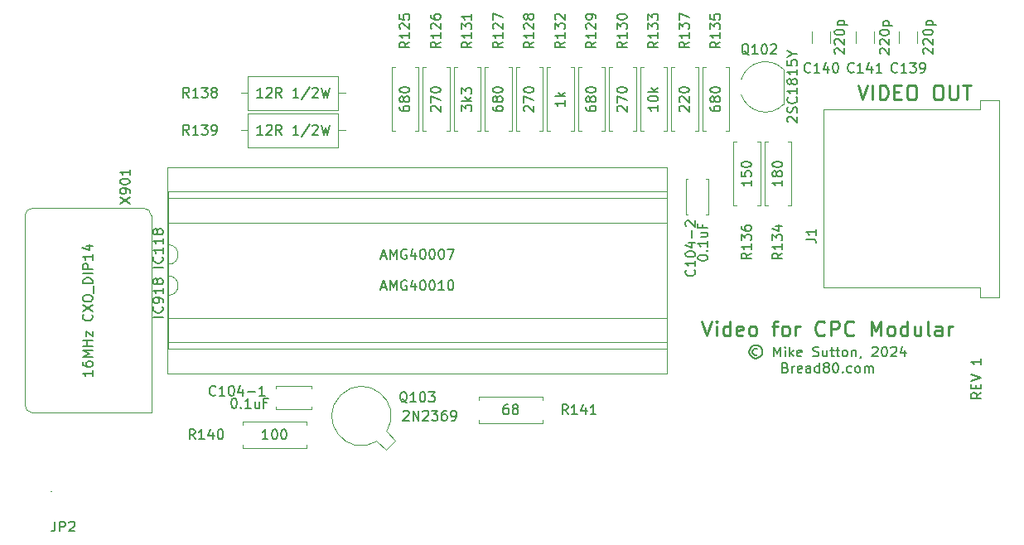
<source format=gto>
G04 #@! TF.GenerationSoftware,KiCad,Pcbnew,(5.1.12)-1*
G04 #@! TF.CreationDate,2024-01-30T17:11:01+00:00*
G04 #@! TF.ProjectId,CPCVideo,43504356-6964-4656-9f2e-6b696361645f,rev?*
G04 #@! TF.SameCoordinates,Original*
G04 #@! TF.FileFunction,Legend,Top*
G04 #@! TF.FilePolarity,Positive*
%FSLAX46Y46*%
G04 Gerber Fmt 4.6, Leading zero omitted, Abs format (unit mm)*
G04 Created by KiCad (PCBNEW (5.1.12)-1) date 2024-01-30 17:11:01*
%MOMM*%
%LPD*%
G01*
G04 APERTURE LIST*
%ADD10C,0.150000*%
%ADD11C,0.250000*%
%ADD12C,0.200000*%
%ADD13C,0.120000*%
G04 APERTURE END LIST*
D10*
X251912380Y-143033571D02*
X251436190Y-143366904D01*
X251912380Y-143605000D02*
X250912380Y-143605000D01*
X250912380Y-143224047D01*
X250960000Y-143128809D01*
X251007619Y-143081190D01*
X251102857Y-143033571D01*
X251245714Y-143033571D01*
X251340952Y-143081190D01*
X251388571Y-143128809D01*
X251436190Y-143224047D01*
X251436190Y-143605000D01*
X251388571Y-142605000D02*
X251388571Y-142271666D01*
X251912380Y-142128809D02*
X251912380Y-142605000D01*
X250912380Y-142605000D01*
X250912380Y-142128809D01*
X250912380Y-141843095D02*
X251912380Y-141509761D01*
X250912380Y-141176428D01*
X251912380Y-139557380D02*
X251912380Y-140128809D01*
X251912380Y-139843095D02*
X250912380Y-139843095D01*
X251055238Y-139938333D01*
X251150476Y-140033571D01*
X251198095Y-140128809D01*
X229077142Y-138565476D02*
X228981904Y-138517857D01*
X228791428Y-138517857D01*
X228696190Y-138565476D01*
X228600952Y-138660714D01*
X228553333Y-138755952D01*
X228553333Y-138946428D01*
X228600952Y-139041666D01*
X228696190Y-139136904D01*
X228791428Y-139184523D01*
X228981904Y-139184523D01*
X229077142Y-139136904D01*
X228886666Y-138184523D02*
X228648571Y-138232142D01*
X228410476Y-138375000D01*
X228267619Y-138613095D01*
X228220000Y-138851190D01*
X228267619Y-139089285D01*
X228410476Y-139327380D01*
X228648571Y-139470238D01*
X228886666Y-139517857D01*
X229124761Y-139470238D01*
X229362857Y-139327380D01*
X229505714Y-139089285D01*
X229553333Y-138851190D01*
X229505714Y-138613095D01*
X229362857Y-138375000D01*
X229124761Y-138232142D01*
X228886666Y-138184523D01*
X230743809Y-139327380D02*
X230743809Y-138327380D01*
X231077142Y-139041666D01*
X231410476Y-138327380D01*
X231410476Y-139327380D01*
X231886666Y-139327380D02*
X231886666Y-138660714D01*
X231886666Y-138327380D02*
X231839047Y-138375000D01*
X231886666Y-138422619D01*
X231934285Y-138375000D01*
X231886666Y-138327380D01*
X231886666Y-138422619D01*
X232362857Y-139327380D02*
X232362857Y-138327380D01*
X232458095Y-138946428D02*
X232743809Y-139327380D01*
X232743809Y-138660714D02*
X232362857Y-139041666D01*
X233553333Y-139279761D02*
X233458095Y-139327380D01*
X233267619Y-139327380D01*
X233172380Y-139279761D01*
X233124761Y-139184523D01*
X233124761Y-138803571D01*
X233172380Y-138708333D01*
X233267619Y-138660714D01*
X233458095Y-138660714D01*
X233553333Y-138708333D01*
X233600952Y-138803571D01*
X233600952Y-138898809D01*
X233124761Y-138994047D01*
X234743809Y-139279761D02*
X234886666Y-139327380D01*
X235124761Y-139327380D01*
X235220000Y-139279761D01*
X235267619Y-139232142D01*
X235315238Y-139136904D01*
X235315238Y-139041666D01*
X235267619Y-138946428D01*
X235220000Y-138898809D01*
X235124761Y-138851190D01*
X234934285Y-138803571D01*
X234839047Y-138755952D01*
X234791428Y-138708333D01*
X234743809Y-138613095D01*
X234743809Y-138517857D01*
X234791428Y-138422619D01*
X234839047Y-138375000D01*
X234934285Y-138327380D01*
X235172380Y-138327380D01*
X235315238Y-138375000D01*
X236172380Y-138660714D02*
X236172380Y-139327380D01*
X235743809Y-138660714D02*
X235743809Y-139184523D01*
X235791428Y-139279761D01*
X235886666Y-139327380D01*
X236029523Y-139327380D01*
X236124761Y-139279761D01*
X236172380Y-139232142D01*
X236505714Y-138660714D02*
X236886666Y-138660714D01*
X236648571Y-138327380D02*
X236648571Y-139184523D01*
X236696190Y-139279761D01*
X236791428Y-139327380D01*
X236886666Y-139327380D01*
X237077142Y-138660714D02*
X237458095Y-138660714D01*
X237220000Y-138327380D02*
X237220000Y-139184523D01*
X237267619Y-139279761D01*
X237362857Y-139327380D01*
X237458095Y-139327380D01*
X237934285Y-139327380D02*
X237839047Y-139279761D01*
X237791428Y-139232142D01*
X237743809Y-139136904D01*
X237743809Y-138851190D01*
X237791428Y-138755952D01*
X237839047Y-138708333D01*
X237934285Y-138660714D01*
X238077142Y-138660714D01*
X238172380Y-138708333D01*
X238220000Y-138755952D01*
X238267619Y-138851190D01*
X238267619Y-139136904D01*
X238220000Y-139232142D01*
X238172380Y-139279761D01*
X238077142Y-139327380D01*
X237934285Y-139327380D01*
X238696190Y-138660714D02*
X238696190Y-139327380D01*
X238696190Y-138755952D02*
X238743809Y-138708333D01*
X238839047Y-138660714D01*
X238981904Y-138660714D01*
X239077142Y-138708333D01*
X239124761Y-138803571D01*
X239124761Y-139327380D01*
X239648571Y-139279761D02*
X239648571Y-139327380D01*
X239600952Y-139422619D01*
X239553333Y-139470238D01*
X240791428Y-138422619D02*
X240839047Y-138375000D01*
X240934285Y-138327380D01*
X241172380Y-138327380D01*
X241267619Y-138375000D01*
X241315238Y-138422619D01*
X241362857Y-138517857D01*
X241362857Y-138613095D01*
X241315238Y-138755952D01*
X240743809Y-139327380D01*
X241362857Y-139327380D01*
X241981904Y-138327380D02*
X242077142Y-138327380D01*
X242172380Y-138375000D01*
X242220000Y-138422619D01*
X242267619Y-138517857D01*
X242315238Y-138708333D01*
X242315238Y-138946428D01*
X242267619Y-139136904D01*
X242220000Y-139232142D01*
X242172380Y-139279761D01*
X242077142Y-139327380D01*
X241981904Y-139327380D01*
X241886666Y-139279761D01*
X241839047Y-139232142D01*
X241791428Y-139136904D01*
X241743809Y-138946428D01*
X241743809Y-138708333D01*
X241791428Y-138517857D01*
X241839047Y-138422619D01*
X241886666Y-138375000D01*
X241981904Y-138327380D01*
X242696190Y-138422619D02*
X242743809Y-138375000D01*
X242839047Y-138327380D01*
X243077142Y-138327380D01*
X243172380Y-138375000D01*
X243220000Y-138422619D01*
X243267619Y-138517857D01*
X243267619Y-138613095D01*
X243220000Y-138755952D01*
X242648571Y-139327380D01*
X243267619Y-139327380D01*
X244124761Y-138660714D02*
X244124761Y-139327380D01*
X243886666Y-138279761D02*
X243648571Y-138994047D01*
X244267619Y-138994047D01*
X231910476Y-140453571D02*
X232053333Y-140501190D01*
X232100952Y-140548809D01*
X232148571Y-140644047D01*
X232148571Y-140786904D01*
X232100952Y-140882142D01*
X232053333Y-140929761D01*
X231958095Y-140977380D01*
X231577142Y-140977380D01*
X231577142Y-139977380D01*
X231910476Y-139977380D01*
X232005714Y-140025000D01*
X232053333Y-140072619D01*
X232100952Y-140167857D01*
X232100952Y-140263095D01*
X232053333Y-140358333D01*
X232005714Y-140405952D01*
X231910476Y-140453571D01*
X231577142Y-140453571D01*
X232577142Y-140977380D02*
X232577142Y-140310714D01*
X232577142Y-140501190D02*
X232624761Y-140405952D01*
X232672380Y-140358333D01*
X232767619Y-140310714D01*
X232862857Y-140310714D01*
X233577142Y-140929761D02*
X233481904Y-140977380D01*
X233291428Y-140977380D01*
X233196190Y-140929761D01*
X233148571Y-140834523D01*
X233148571Y-140453571D01*
X233196190Y-140358333D01*
X233291428Y-140310714D01*
X233481904Y-140310714D01*
X233577142Y-140358333D01*
X233624761Y-140453571D01*
X233624761Y-140548809D01*
X233148571Y-140644047D01*
X234481904Y-140977380D02*
X234481904Y-140453571D01*
X234434285Y-140358333D01*
X234339047Y-140310714D01*
X234148571Y-140310714D01*
X234053333Y-140358333D01*
X234481904Y-140929761D02*
X234386666Y-140977380D01*
X234148571Y-140977380D01*
X234053333Y-140929761D01*
X234005714Y-140834523D01*
X234005714Y-140739285D01*
X234053333Y-140644047D01*
X234148571Y-140596428D01*
X234386666Y-140596428D01*
X234481904Y-140548809D01*
X235386666Y-140977380D02*
X235386666Y-139977380D01*
X235386666Y-140929761D02*
X235291428Y-140977380D01*
X235100952Y-140977380D01*
X235005714Y-140929761D01*
X234958095Y-140882142D01*
X234910476Y-140786904D01*
X234910476Y-140501190D01*
X234958095Y-140405952D01*
X235005714Y-140358333D01*
X235100952Y-140310714D01*
X235291428Y-140310714D01*
X235386666Y-140358333D01*
X236005714Y-140405952D02*
X235910476Y-140358333D01*
X235862857Y-140310714D01*
X235815238Y-140215476D01*
X235815238Y-140167857D01*
X235862857Y-140072619D01*
X235910476Y-140025000D01*
X236005714Y-139977380D01*
X236196190Y-139977380D01*
X236291428Y-140025000D01*
X236339047Y-140072619D01*
X236386666Y-140167857D01*
X236386666Y-140215476D01*
X236339047Y-140310714D01*
X236291428Y-140358333D01*
X236196190Y-140405952D01*
X236005714Y-140405952D01*
X235910476Y-140453571D01*
X235862857Y-140501190D01*
X235815238Y-140596428D01*
X235815238Y-140786904D01*
X235862857Y-140882142D01*
X235910476Y-140929761D01*
X236005714Y-140977380D01*
X236196190Y-140977380D01*
X236291428Y-140929761D01*
X236339047Y-140882142D01*
X236386666Y-140786904D01*
X236386666Y-140596428D01*
X236339047Y-140501190D01*
X236291428Y-140453571D01*
X236196190Y-140405952D01*
X237005714Y-139977380D02*
X237100952Y-139977380D01*
X237196190Y-140025000D01*
X237243809Y-140072619D01*
X237291428Y-140167857D01*
X237339047Y-140358333D01*
X237339047Y-140596428D01*
X237291428Y-140786904D01*
X237243809Y-140882142D01*
X237196190Y-140929761D01*
X237100952Y-140977380D01*
X237005714Y-140977380D01*
X236910476Y-140929761D01*
X236862857Y-140882142D01*
X236815238Y-140786904D01*
X236767619Y-140596428D01*
X236767619Y-140358333D01*
X236815238Y-140167857D01*
X236862857Y-140072619D01*
X236910476Y-140025000D01*
X237005714Y-139977380D01*
X237767619Y-140882142D02*
X237815238Y-140929761D01*
X237767619Y-140977380D01*
X237720000Y-140929761D01*
X237767619Y-140882142D01*
X237767619Y-140977380D01*
X238672380Y-140929761D02*
X238577142Y-140977380D01*
X238386666Y-140977380D01*
X238291428Y-140929761D01*
X238243809Y-140882142D01*
X238196190Y-140786904D01*
X238196190Y-140501190D01*
X238243809Y-140405952D01*
X238291428Y-140358333D01*
X238386666Y-140310714D01*
X238577142Y-140310714D01*
X238672380Y-140358333D01*
X239243809Y-140977380D02*
X239148571Y-140929761D01*
X239100952Y-140882142D01*
X239053333Y-140786904D01*
X239053333Y-140501190D01*
X239100952Y-140405952D01*
X239148571Y-140358333D01*
X239243809Y-140310714D01*
X239386666Y-140310714D01*
X239481904Y-140358333D01*
X239529523Y-140405952D01*
X239577142Y-140501190D01*
X239577142Y-140786904D01*
X239529523Y-140882142D01*
X239481904Y-140929761D01*
X239386666Y-140977380D01*
X239243809Y-140977380D01*
X240005714Y-140977380D02*
X240005714Y-140310714D01*
X240005714Y-140405952D02*
X240053333Y-140358333D01*
X240148571Y-140310714D01*
X240291428Y-140310714D01*
X240386666Y-140358333D01*
X240434285Y-140453571D01*
X240434285Y-140977380D01*
X240434285Y-140453571D02*
X240481904Y-140358333D01*
X240577142Y-140310714D01*
X240720000Y-140310714D01*
X240815238Y-140358333D01*
X240862857Y-140453571D01*
X240862857Y-140977380D01*
D11*
X223398571Y-135703571D02*
X223898571Y-137203571D01*
X224398571Y-135703571D01*
X224898571Y-137203571D02*
X224898571Y-136203571D01*
X224898571Y-135703571D02*
X224827142Y-135775000D01*
X224898571Y-135846428D01*
X224970000Y-135775000D01*
X224898571Y-135703571D01*
X224898571Y-135846428D01*
X226255714Y-137203571D02*
X226255714Y-135703571D01*
X226255714Y-137132142D02*
X226112857Y-137203571D01*
X225827142Y-137203571D01*
X225684285Y-137132142D01*
X225612857Y-137060714D01*
X225541428Y-136917857D01*
X225541428Y-136489285D01*
X225612857Y-136346428D01*
X225684285Y-136275000D01*
X225827142Y-136203571D01*
X226112857Y-136203571D01*
X226255714Y-136275000D01*
X227541428Y-137132142D02*
X227398571Y-137203571D01*
X227112857Y-137203571D01*
X226970000Y-137132142D01*
X226898571Y-136989285D01*
X226898571Y-136417857D01*
X226970000Y-136275000D01*
X227112857Y-136203571D01*
X227398571Y-136203571D01*
X227541428Y-136275000D01*
X227612857Y-136417857D01*
X227612857Y-136560714D01*
X226898571Y-136703571D01*
X228470000Y-137203571D02*
X228327142Y-137132142D01*
X228255714Y-137060714D01*
X228184285Y-136917857D01*
X228184285Y-136489285D01*
X228255714Y-136346428D01*
X228327142Y-136275000D01*
X228470000Y-136203571D01*
X228684285Y-136203571D01*
X228827142Y-136275000D01*
X228898571Y-136346428D01*
X228970000Y-136489285D01*
X228970000Y-136917857D01*
X228898571Y-137060714D01*
X228827142Y-137132142D01*
X228684285Y-137203571D01*
X228470000Y-137203571D01*
X230541428Y-136203571D02*
X231112857Y-136203571D01*
X230755714Y-137203571D02*
X230755714Y-135917857D01*
X230827142Y-135775000D01*
X230970000Y-135703571D01*
X231112857Y-135703571D01*
X231827142Y-137203571D02*
X231684285Y-137132142D01*
X231612857Y-137060714D01*
X231541428Y-136917857D01*
X231541428Y-136489285D01*
X231612857Y-136346428D01*
X231684285Y-136275000D01*
X231827142Y-136203571D01*
X232041428Y-136203571D01*
X232184285Y-136275000D01*
X232255714Y-136346428D01*
X232327142Y-136489285D01*
X232327142Y-136917857D01*
X232255714Y-137060714D01*
X232184285Y-137132142D01*
X232041428Y-137203571D01*
X231827142Y-137203571D01*
X232970000Y-137203571D02*
X232970000Y-136203571D01*
X232970000Y-136489285D02*
X233041428Y-136346428D01*
X233112857Y-136275000D01*
X233255714Y-136203571D01*
X233398571Y-136203571D01*
X235898571Y-137060714D02*
X235827142Y-137132142D01*
X235612857Y-137203571D01*
X235470000Y-137203571D01*
X235255714Y-137132142D01*
X235112857Y-136989285D01*
X235041428Y-136846428D01*
X234970000Y-136560714D01*
X234970000Y-136346428D01*
X235041428Y-136060714D01*
X235112857Y-135917857D01*
X235255714Y-135775000D01*
X235470000Y-135703571D01*
X235612857Y-135703571D01*
X235827142Y-135775000D01*
X235898571Y-135846428D01*
X236541428Y-137203571D02*
X236541428Y-135703571D01*
X237112857Y-135703571D01*
X237255714Y-135775000D01*
X237327142Y-135846428D01*
X237398571Y-135989285D01*
X237398571Y-136203571D01*
X237327142Y-136346428D01*
X237255714Y-136417857D01*
X237112857Y-136489285D01*
X236541428Y-136489285D01*
X238898571Y-137060714D02*
X238827142Y-137132142D01*
X238612857Y-137203571D01*
X238470000Y-137203571D01*
X238255714Y-137132142D01*
X238112857Y-136989285D01*
X238041428Y-136846428D01*
X237970000Y-136560714D01*
X237970000Y-136346428D01*
X238041428Y-136060714D01*
X238112857Y-135917857D01*
X238255714Y-135775000D01*
X238470000Y-135703571D01*
X238612857Y-135703571D01*
X238827142Y-135775000D01*
X238898571Y-135846428D01*
X240684285Y-137203571D02*
X240684285Y-135703571D01*
X241184285Y-136775000D01*
X241684285Y-135703571D01*
X241684285Y-137203571D01*
X242612857Y-137203571D02*
X242470000Y-137132142D01*
X242398571Y-137060714D01*
X242327142Y-136917857D01*
X242327142Y-136489285D01*
X242398571Y-136346428D01*
X242470000Y-136275000D01*
X242612857Y-136203571D01*
X242827142Y-136203571D01*
X242970000Y-136275000D01*
X243041428Y-136346428D01*
X243112857Y-136489285D01*
X243112857Y-136917857D01*
X243041428Y-137060714D01*
X242970000Y-137132142D01*
X242827142Y-137203571D01*
X242612857Y-137203571D01*
X244398571Y-137203571D02*
X244398571Y-135703571D01*
X244398571Y-137132142D02*
X244255714Y-137203571D01*
X243970000Y-137203571D01*
X243827142Y-137132142D01*
X243755714Y-137060714D01*
X243684285Y-136917857D01*
X243684285Y-136489285D01*
X243755714Y-136346428D01*
X243827142Y-136275000D01*
X243970000Y-136203571D01*
X244255714Y-136203571D01*
X244398571Y-136275000D01*
X245755714Y-136203571D02*
X245755714Y-137203571D01*
X245112857Y-136203571D02*
X245112857Y-136989285D01*
X245184285Y-137132142D01*
X245327142Y-137203571D01*
X245541428Y-137203571D01*
X245684285Y-137132142D01*
X245755714Y-137060714D01*
X246684285Y-137203571D02*
X246541428Y-137132142D01*
X246470000Y-136989285D01*
X246470000Y-135703571D01*
X247898571Y-137203571D02*
X247898571Y-136417857D01*
X247827142Y-136275000D01*
X247684285Y-136203571D01*
X247398571Y-136203571D01*
X247255714Y-136275000D01*
X247898571Y-137132142D02*
X247755714Y-137203571D01*
X247398571Y-137203571D01*
X247255714Y-137132142D01*
X247184285Y-136989285D01*
X247184285Y-136846428D01*
X247255714Y-136703571D01*
X247398571Y-136632142D01*
X247755714Y-136632142D01*
X247898571Y-136560714D01*
X248612857Y-137203571D02*
X248612857Y-136203571D01*
X248612857Y-136489285D02*
X248684285Y-136346428D01*
X248755714Y-136275000D01*
X248898571Y-136203571D01*
X249041428Y-136203571D01*
D12*
X156895800Y-153131520D02*
X156931360Y-153131520D01*
D13*
X253800000Y-113090000D02*
X251800000Y-113090000D01*
X251800000Y-113090000D02*
X251800000Y-114090000D01*
X251800000Y-114090000D02*
X235800000Y-114090000D01*
X235800000Y-114090000D02*
X235800000Y-132290000D01*
X251800000Y-132290000D02*
X235800000Y-132290000D01*
X251800000Y-132290000D02*
X251800000Y-133290000D01*
X253800000Y-133290000D02*
X251800000Y-133290000D01*
X253800000Y-113090000D02*
X253800000Y-133290000D01*
X240950000Y-107329000D02*
X240950000Y-106071000D01*
X239110000Y-107329000D02*
X239110000Y-106071000D01*
X236505000Y-107329000D02*
X236505000Y-106071000D01*
X234665000Y-107329000D02*
X234665000Y-106071000D01*
X245395000Y-107329000D02*
X245395000Y-106071000D01*
X243555000Y-107329000D02*
X243555000Y-106071000D01*
X231720000Y-113560000D02*
X231720000Y-109960000D01*
X231697684Y-109951555D02*
G75*
G03*
X227420000Y-110980000I-1827684J-1808445D01*
G01*
X231711741Y-113571875D02*
G75*
G02*
X227420000Y-112580000I-1841741J1811875D01*
G01*
X190177331Y-147987281D02*
X191089499Y-148899448D01*
X191089499Y-148899448D02*
X192079448Y-147909499D01*
X192079448Y-147909499D02*
X191167281Y-146997331D01*
X191167150Y-146997544D02*
G75*
G03*
X190177331Y-147987281I-2572150J1582544D01*
G01*
X186920000Y-116205000D02*
X186230000Y-116205000D01*
X176300000Y-116205000D02*
X176990000Y-116205000D01*
X186230000Y-114485000D02*
X176990000Y-114485000D01*
X186230000Y-117925000D02*
X186230000Y-114485000D01*
X176990000Y-117925000D02*
X186230000Y-117925000D01*
X176990000Y-114485000D02*
X176990000Y-117925000D01*
X186920000Y-112395000D02*
X186230000Y-112395000D01*
X176300000Y-112395000D02*
X176990000Y-112395000D01*
X186230000Y-110675000D02*
X176990000Y-110675000D01*
X186230000Y-114115000D02*
X186230000Y-110675000D01*
X176990000Y-114115000D02*
X186230000Y-114115000D01*
X176990000Y-110675000D02*
X176990000Y-114115000D01*
X207105000Y-146150000D02*
X207105000Y-145820000D01*
X200565000Y-146150000D02*
X207105000Y-146150000D01*
X200565000Y-145820000D02*
X200565000Y-146150000D01*
X207105000Y-143410000D02*
X207105000Y-143740000D01*
X200565000Y-143410000D02*
X207105000Y-143410000D01*
X200565000Y-143740000D02*
X200565000Y-143410000D01*
X176435000Y-145950000D02*
X176435000Y-146280000D01*
X182975000Y-145950000D02*
X176435000Y-145950000D01*
X182975000Y-146280000D02*
X182975000Y-145950000D01*
X176435000Y-148690000D02*
X176435000Y-148360000D01*
X182975000Y-148690000D02*
X176435000Y-148690000D01*
X182975000Y-148360000D02*
X182975000Y-148690000D01*
X222985000Y-109760000D02*
X222655000Y-109760000D01*
X222985000Y-116300000D02*
X222985000Y-109760000D01*
X222655000Y-116300000D02*
X222985000Y-116300000D01*
X220245000Y-109760000D02*
X220575000Y-109760000D01*
X220245000Y-116300000D02*
X220245000Y-109760000D01*
X220575000Y-116300000D02*
X220245000Y-116300000D01*
X229335000Y-117380000D02*
X229005000Y-117380000D01*
X229335000Y-123920000D02*
X229335000Y-117380000D01*
X229005000Y-123920000D02*
X229335000Y-123920000D01*
X226595000Y-117380000D02*
X226925000Y-117380000D01*
X226595000Y-123920000D02*
X226595000Y-117380000D01*
X226925000Y-123920000D02*
X226595000Y-123920000D01*
X226160000Y-109760000D02*
X225830000Y-109760000D01*
X226160000Y-116300000D02*
X226160000Y-109760000D01*
X225830000Y-116300000D02*
X226160000Y-116300000D01*
X223420000Y-109760000D02*
X223750000Y-109760000D01*
X223420000Y-116300000D02*
X223420000Y-109760000D01*
X223750000Y-116300000D02*
X223420000Y-116300000D01*
X229770000Y-123920000D02*
X230100000Y-123920000D01*
X229770000Y-117380000D02*
X229770000Y-123920000D01*
X230100000Y-117380000D02*
X229770000Y-117380000D01*
X232510000Y-123920000D02*
X232180000Y-123920000D01*
X232510000Y-117380000D02*
X232510000Y-123920000D01*
X232180000Y-117380000D02*
X232510000Y-117380000D01*
X217070000Y-116300000D02*
X217400000Y-116300000D01*
X217070000Y-109760000D02*
X217070000Y-116300000D01*
X217400000Y-109760000D02*
X217070000Y-109760000D01*
X219810000Y-116300000D02*
X219480000Y-116300000D01*
X219810000Y-109760000D02*
X219810000Y-116300000D01*
X219480000Y-109760000D02*
X219810000Y-109760000D01*
X207545000Y-116300000D02*
X207875000Y-116300000D01*
X207545000Y-109760000D02*
X207545000Y-116300000D01*
X207875000Y-109760000D02*
X207545000Y-109760000D01*
X210285000Y-116300000D02*
X209955000Y-116300000D01*
X210285000Y-109760000D02*
X210285000Y-116300000D01*
X209955000Y-109760000D02*
X210285000Y-109760000D01*
X198020000Y-116300000D02*
X198350000Y-116300000D01*
X198020000Y-109760000D02*
X198020000Y-116300000D01*
X198350000Y-109760000D02*
X198020000Y-109760000D01*
X200760000Y-116300000D02*
X200430000Y-116300000D01*
X200760000Y-109760000D02*
X200760000Y-116300000D01*
X200430000Y-109760000D02*
X200760000Y-109760000D01*
X216635000Y-109760000D02*
X216305000Y-109760000D01*
X216635000Y-116300000D02*
X216635000Y-109760000D01*
X216305000Y-116300000D02*
X216635000Y-116300000D01*
X213895000Y-109760000D02*
X214225000Y-109760000D01*
X213895000Y-116300000D02*
X213895000Y-109760000D01*
X214225000Y-116300000D02*
X213895000Y-116300000D01*
X213460000Y-109760000D02*
X213130000Y-109760000D01*
X213460000Y-116300000D02*
X213460000Y-109760000D01*
X213130000Y-116300000D02*
X213460000Y-116300000D01*
X210720000Y-109760000D02*
X211050000Y-109760000D01*
X210720000Y-116300000D02*
X210720000Y-109760000D01*
X211050000Y-116300000D02*
X210720000Y-116300000D01*
X207110000Y-109760000D02*
X206780000Y-109760000D01*
X207110000Y-116300000D02*
X207110000Y-109760000D01*
X206780000Y-116300000D02*
X207110000Y-116300000D01*
X204370000Y-109760000D02*
X204700000Y-109760000D01*
X204370000Y-116300000D02*
X204370000Y-109760000D01*
X204700000Y-116300000D02*
X204370000Y-116300000D01*
X203935000Y-109760000D02*
X203605000Y-109760000D01*
X203935000Y-116300000D02*
X203935000Y-109760000D01*
X203605000Y-116300000D02*
X203935000Y-116300000D01*
X201195000Y-109760000D02*
X201525000Y-109760000D01*
X201195000Y-116300000D02*
X201195000Y-109760000D01*
X201525000Y-116300000D02*
X201195000Y-116300000D01*
X197585000Y-109760000D02*
X197255000Y-109760000D01*
X197585000Y-116300000D02*
X197585000Y-109760000D01*
X197255000Y-116300000D02*
X197585000Y-116300000D01*
X194845000Y-109760000D02*
X195175000Y-109760000D01*
X194845000Y-116300000D02*
X194845000Y-109760000D01*
X195175000Y-116300000D02*
X194845000Y-116300000D01*
X194410000Y-109760000D02*
X194080000Y-109760000D01*
X194410000Y-116300000D02*
X194410000Y-109760000D01*
X194080000Y-116300000D02*
X194410000Y-116300000D01*
X191670000Y-109760000D02*
X192000000Y-109760000D01*
X191670000Y-116300000D02*
X191670000Y-109760000D01*
X192000000Y-116300000D02*
X191670000Y-116300000D01*
X154955000Y-145070000D02*
X167105000Y-145070000D01*
X154205000Y-124920000D02*
X154205000Y-144320000D01*
X166355000Y-124170000D02*
X154955000Y-124170000D01*
X167105000Y-145070000D02*
X167105000Y-124920000D01*
X154205000Y-144320000D02*
G75*
G03*
X154955000Y-145070000I750000J0D01*
G01*
X154955000Y-124170000D02*
G75*
G03*
X154205000Y-124920000I0J-750000D01*
G01*
X167105000Y-124920000D02*
G75*
G03*
X166355000Y-124170000I-750000J0D01*
G01*
X168850000Y-133080000D02*
X168850000Y-138540000D01*
X168850000Y-138540000D02*
X219770000Y-138540000D01*
X219770000Y-138540000D02*
X219770000Y-125620000D01*
X219770000Y-125620000D02*
X168850000Y-125620000D01*
X168850000Y-125620000D02*
X168850000Y-131080000D01*
X168790000Y-141030000D02*
X219830000Y-141030000D01*
X219830000Y-141030000D02*
X219830000Y-123130000D01*
X219830000Y-123130000D02*
X168790000Y-123130000D01*
X168790000Y-123130000D02*
X168790000Y-141030000D01*
X168850000Y-131080000D02*
G75*
G02*
X168850000Y-133080000I0J-1000000D01*
G01*
X168850000Y-129905000D02*
X168850000Y-135365000D01*
X168850000Y-135365000D02*
X219770000Y-135365000D01*
X219770000Y-135365000D02*
X219770000Y-122445000D01*
X219770000Y-122445000D02*
X168850000Y-122445000D01*
X168850000Y-122445000D02*
X168850000Y-127905000D01*
X168790000Y-137855000D02*
X219830000Y-137855000D01*
X219830000Y-137855000D02*
X219830000Y-119955000D01*
X219830000Y-119955000D02*
X168790000Y-119955000D01*
X168790000Y-119955000D02*
X168790000Y-137855000D01*
X168850000Y-127905000D02*
G75*
G02*
X168850000Y-129905000I0J-1000000D01*
G01*
X221715000Y-124776000D02*
X221715000Y-121136000D01*
X224055000Y-124776000D02*
X224055000Y-121136000D01*
X221715000Y-124776000D02*
X221960000Y-124776000D01*
X223810000Y-124776000D02*
X224055000Y-124776000D01*
X221715000Y-121136000D02*
X221960000Y-121136000D01*
X223810000Y-121136000D02*
X224055000Y-121136000D01*
X183450000Y-144680000D02*
X179810000Y-144680000D01*
X183450000Y-142340000D02*
X179810000Y-142340000D01*
X183450000Y-144680000D02*
X183450000Y-144435000D01*
X183450000Y-142585000D02*
X183450000Y-142340000D01*
X179810000Y-144680000D02*
X179810000Y-144435000D01*
X179810000Y-142585000D02*
X179810000Y-142340000D01*
D10*
X157281666Y-156192380D02*
X157281666Y-156906666D01*
X157234047Y-157049523D01*
X157138809Y-157144761D01*
X156995952Y-157192380D01*
X156900714Y-157192380D01*
X157757857Y-157192380D02*
X157757857Y-156192380D01*
X158138809Y-156192380D01*
X158234047Y-156240000D01*
X158281666Y-156287619D01*
X158329285Y-156382857D01*
X158329285Y-156525714D01*
X158281666Y-156620952D01*
X158234047Y-156668571D01*
X158138809Y-156716190D01*
X157757857Y-156716190D01*
X158710238Y-156287619D02*
X158757857Y-156240000D01*
X158853095Y-156192380D01*
X159091190Y-156192380D01*
X159186428Y-156240000D01*
X159234047Y-156287619D01*
X159281666Y-156382857D01*
X159281666Y-156478095D01*
X159234047Y-156620952D01*
X158662619Y-157192380D01*
X159281666Y-157192380D01*
X234052380Y-127333333D02*
X234766666Y-127333333D01*
X234909523Y-127380952D01*
X235004761Y-127476190D01*
X235052380Y-127619047D01*
X235052380Y-127714285D01*
X235052380Y-126333333D02*
X235052380Y-126904761D01*
X235052380Y-126619047D02*
X234052380Y-126619047D01*
X234195238Y-126714285D01*
X234290476Y-126809523D01*
X234338095Y-126904761D01*
D11*
X239324285Y-111573571D02*
X239824285Y-113073571D01*
X240324285Y-111573571D01*
X240824285Y-113073571D02*
X240824285Y-111573571D01*
X241538571Y-113073571D02*
X241538571Y-111573571D01*
X241895714Y-111573571D01*
X242110000Y-111645000D01*
X242252857Y-111787857D01*
X242324285Y-111930714D01*
X242395714Y-112216428D01*
X242395714Y-112430714D01*
X242324285Y-112716428D01*
X242252857Y-112859285D01*
X242110000Y-113002142D01*
X241895714Y-113073571D01*
X241538571Y-113073571D01*
X243038571Y-112287857D02*
X243538571Y-112287857D01*
X243752857Y-113073571D02*
X243038571Y-113073571D01*
X243038571Y-111573571D01*
X243752857Y-111573571D01*
X244681428Y-111573571D02*
X244967142Y-111573571D01*
X245110000Y-111645000D01*
X245252857Y-111787857D01*
X245324285Y-112073571D01*
X245324285Y-112573571D01*
X245252857Y-112859285D01*
X245110000Y-113002142D01*
X244967142Y-113073571D01*
X244681428Y-113073571D01*
X244538571Y-113002142D01*
X244395714Y-112859285D01*
X244324285Y-112573571D01*
X244324285Y-112073571D01*
X244395714Y-111787857D01*
X244538571Y-111645000D01*
X244681428Y-111573571D01*
X247395714Y-111573571D02*
X247681428Y-111573571D01*
X247824285Y-111645000D01*
X247967142Y-111787857D01*
X248038571Y-112073571D01*
X248038571Y-112573571D01*
X247967142Y-112859285D01*
X247824285Y-113002142D01*
X247681428Y-113073571D01*
X247395714Y-113073571D01*
X247252857Y-113002142D01*
X247110000Y-112859285D01*
X247038571Y-112573571D01*
X247038571Y-112073571D01*
X247110000Y-111787857D01*
X247252857Y-111645000D01*
X247395714Y-111573571D01*
X248681428Y-111573571D02*
X248681428Y-112787857D01*
X248752857Y-112930714D01*
X248824285Y-113002142D01*
X248967142Y-113073571D01*
X249252857Y-113073571D01*
X249395714Y-113002142D01*
X249467142Y-112930714D01*
X249538571Y-112787857D01*
X249538571Y-111573571D01*
X250038571Y-111573571D02*
X250895714Y-111573571D01*
X250467142Y-113073571D02*
X250467142Y-111573571D01*
D10*
X238910952Y-110212142D02*
X238863333Y-110259761D01*
X238720476Y-110307380D01*
X238625238Y-110307380D01*
X238482380Y-110259761D01*
X238387142Y-110164523D01*
X238339523Y-110069285D01*
X238291904Y-109878809D01*
X238291904Y-109735952D01*
X238339523Y-109545476D01*
X238387142Y-109450238D01*
X238482380Y-109355000D01*
X238625238Y-109307380D01*
X238720476Y-109307380D01*
X238863333Y-109355000D01*
X238910952Y-109402619D01*
X239863333Y-110307380D02*
X239291904Y-110307380D01*
X239577619Y-110307380D02*
X239577619Y-109307380D01*
X239482380Y-109450238D01*
X239387142Y-109545476D01*
X239291904Y-109593095D01*
X240720476Y-109640714D02*
X240720476Y-110307380D01*
X240482380Y-109259761D02*
X240244285Y-109974047D01*
X240863333Y-109974047D01*
X241768095Y-110307380D02*
X241196666Y-110307380D01*
X241482380Y-110307380D02*
X241482380Y-109307380D01*
X241387142Y-109450238D01*
X241291904Y-109545476D01*
X241196666Y-109593095D01*
X241627619Y-108390476D02*
X241580000Y-108342857D01*
X241532380Y-108247619D01*
X241532380Y-108009523D01*
X241580000Y-107914285D01*
X241627619Y-107866666D01*
X241722857Y-107819047D01*
X241818095Y-107819047D01*
X241960952Y-107866666D01*
X242532380Y-108438095D01*
X242532380Y-107819047D01*
X241627619Y-107438095D02*
X241580000Y-107390476D01*
X241532380Y-107295238D01*
X241532380Y-107057142D01*
X241580000Y-106961904D01*
X241627619Y-106914285D01*
X241722857Y-106866666D01*
X241818095Y-106866666D01*
X241960952Y-106914285D01*
X242532380Y-107485714D01*
X242532380Y-106866666D01*
X241532380Y-106247619D02*
X241532380Y-106152380D01*
X241580000Y-106057142D01*
X241627619Y-106009523D01*
X241722857Y-105961904D01*
X241913333Y-105914285D01*
X242151428Y-105914285D01*
X242341904Y-105961904D01*
X242437142Y-106009523D01*
X242484761Y-106057142D01*
X242532380Y-106152380D01*
X242532380Y-106247619D01*
X242484761Y-106342857D01*
X242437142Y-106390476D01*
X242341904Y-106438095D01*
X242151428Y-106485714D01*
X241913333Y-106485714D01*
X241722857Y-106438095D01*
X241627619Y-106390476D01*
X241580000Y-106342857D01*
X241532380Y-106247619D01*
X241865714Y-105485714D02*
X242865714Y-105485714D01*
X241913333Y-105485714D02*
X241865714Y-105390476D01*
X241865714Y-105200000D01*
X241913333Y-105104761D01*
X241960952Y-105057142D01*
X242056190Y-105009523D01*
X242341904Y-105009523D01*
X242437142Y-105057142D01*
X242484761Y-105104761D01*
X242532380Y-105200000D01*
X242532380Y-105390476D01*
X242484761Y-105485714D01*
X234465952Y-110212142D02*
X234418333Y-110259761D01*
X234275476Y-110307380D01*
X234180238Y-110307380D01*
X234037380Y-110259761D01*
X233942142Y-110164523D01*
X233894523Y-110069285D01*
X233846904Y-109878809D01*
X233846904Y-109735952D01*
X233894523Y-109545476D01*
X233942142Y-109450238D01*
X234037380Y-109355000D01*
X234180238Y-109307380D01*
X234275476Y-109307380D01*
X234418333Y-109355000D01*
X234465952Y-109402619D01*
X235418333Y-110307380D02*
X234846904Y-110307380D01*
X235132619Y-110307380D02*
X235132619Y-109307380D01*
X235037380Y-109450238D01*
X234942142Y-109545476D01*
X234846904Y-109593095D01*
X236275476Y-109640714D02*
X236275476Y-110307380D01*
X236037380Y-109259761D02*
X235799285Y-109974047D01*
X236418333Y-109974047D01*
X236989761Y-109307380D02*
X237085000Y-109307380D01*
X237180238Y-109355000D01*
X237227857Y-109402619D01*
X237275476Y-109497857D01*
X237323095Y-109688333D01*
X237323095Y-109926428D01*
X237275476Y-110116904D01*
X237227857Y-110212142D01*
X237180238Y-110259761D01*
X237085000Y-110307380D01*
X236989761Y-110307380D01*
X236894523Y-110259761D01*
X236846904Y-110212142D01*
X236799285Y-110116904D01*
X236751666Y-109926428D01*
X236751666Y-109688333D01*
X236799285Y-109497857D01*
X236846904Y-109402619D01*
X236894523Y-109355000D01*
X236989761Y-109307380D01*
X237037619Y-108370476D02*
X236990000Y-108322857D01*
X236942380Y-108227619D01*
X236942380Y-107989523D01*
X236990000Y-107894285D01*
X237037619Y-107846666D01*
X237132857Y-107799047D01*
X237228095Y-107799047D01*
X237370952Y-107846666D01*
X237942380Y-108418095D01*
X237942380Y-107799047D01*
X237037619Y-107418095D02*
X236990000Y-107370476D01*
X236942380Y-107275238D01*
X236942380Y-107037142D01*
X236990000Y-106941904D01*
X237037619Y-106894285D01*
X237132857Y-106846666D01*
X237228095Y-106846666D01*
X237370952Y-106894285D01*
X237942380Y-107465714D01*
X237942380Y-106846666D01*
X236942380Y-106227619D02*
X236942380Y-106132380D01*
X236990000Y-106037142D01*
X237037619Y-105989523D01*
X237132857Y-105941904D01*
X237323333Y-105894285D01*
X237561428Y-105894285D01*
X237751904Y-105941904D01*
X237847142Y-105989523D01*
X237894761Y-106037142D01*
X237942380Y-106132380D01*
X237942380Y-106227619D01*
X237894761Y-106322857D01*
X237847142Y-106370476D01*
X237751904Y-106418095D01*
X237561428Y-106465714D01*
X237323333Y-106465714D01*
X237132857Y-106418095D01*
X237037619Y-106370476D01*
X236990000Y-106322857D01*
X236942380Y-106227619D01*
X237275714Y-105465714D02*
X238275714Y-105465714D01*
X237323333Y-105465714D02*
X237275714Y-105370476D01*
X237275714Y-105180000D01*
X237323333Y-105084761D01*
X237370952Y-105037142D01*
X237466190Y-104989523D01*
X237751904Y-104989523D01*
X237847142Y-105037142D01*
X237894761Y-105084761D01*
X237942380Y-105180000D01*
X237942380Y-105370476D01*
X237894761Y-105465714D01*
X243355952Y-110212142D02*
X243308333Y-110259761D01*
X243165476Y-110307380D01*
X243070238Y-110307380D01*
X242927380Y-110259761D01*
X242832142Y-110164523D01*
X242784523Y-110069285D01*
X242736904Y-109878809D01*
X242736904Y-109735952D01*
X242784523Y-109545476D01*
X242832142Y-109450238D01*
X242927380Y-109355000D01*
X243070238Y-109307380D01*
X243165476Y-109307380D01*
X243308333Y-109355000D01*
X243355952Y-109402619D01*
X244308333Y-110307380D02*
X243736904Y-110307380D01*
X244022619Y-110307380D02*
X244022619Y-109307380D01*
X243927380Y-109450238D01*
X243832142Y-109545476D01*
X243736904Y-109593095D01*
X244641666Y-109307380D02*
X245260714Y-109307380D01*
X244927380Y-109688333D01*
X245070238Y-109688333D01*
X245165476Y-109735952D01*
X245213095Y-109783571D01*
X245260714Y-109878809D01*
X245260714Y-110116904D01*
X245213095Y-110212142D01*
X245165476Y-110259761D01*
X245070238Y-110307380D01*
X244784523Y-110307380D01*
X244689285Y-110259761D01*
X244641666Y-110212142D01*
X245736904Y-110307380D02*
X245927380Y-110307380D01*
X246022619Y-110259761D01*
X246070238Y-110212142D01*
X246165476Y-110069285D01*
X246213095Y-109878809D01*
X246213095Y-109497857D01*
X246165476Y-109402619D01*
X246117857Y-109355000D01*
X246022619Y-109307380D01*
X245832142Y-109307380D01*
X245736904Y-109355000D01*
X245689285Y-109402619D01*
X245641666Y-109497857D01*
X245641666Y-109735952D01*
X245689285Y-109831190D01*
X245736904Y-109878809D01*
X245832142Y-109926428D01*
X246022619Y-109926428D01*
X246117857Y-109878809D01*
X246165476Y-109831190D01*
X246213095Y-109735952D01*
X246072619Y-108370476D02*
X246025000Y-108322857D01*
X245977380Y-108227619D01*
X245977380Y-107989523D01*
X246025000Y-107894285D01*
X246072619Y-107846666D01*
X246167857Y-107799047D01*
X246263095Y-107799047D01*
X246405952Y-107846666D01*
X246977380Y-108418095D01*
X246977380Y-107799047D01*
X246072619Y-107418095D02*
X246025000Y-107370476D01*
X245977380Y-107275238D01*
X245977380Y-107037142D01*
X246025000Y-106941904D01*
X246072619Y-106894285D01*
X246167857Y-106846666D01*
X246263095Y-106846666D01*
X246405952Y-106894285D01*
X246977380Y-107465714D01*
X246977380Y-106846666D01*
X245977380Y-106227619D02*
X245977380Y-106132380D01*
X246025000Y-106037142D01*
X246072619Y-105989523D01*
X246167857Y-105941904D01*
X246358333Y-105894285D01*
X246596428Y-105894285D01*
X246786904Y-105941904D01*
X246882142Y-105989523D01*
X246929761Y-106037142D01*
X246977380Y-106132380D01*
X246977380Y-106227619D01*
X246929761Y-106322857D01*
X246882142Y-106370476D01*
X246786904Y-106418095D01*
X246596428Y-106465714D01*
X246358333Y-106465714D01*
X246167857Y-106418095D01*
X246072619Y-106370476D01*
X246025000Y-106322857D01*
X245977380Y-106227619D01*
X246310714Y-105465714D02*
X247310714Y-105465714D01*
X246358333Y-105465714D02*
X246310714Y-105370476D01*
X246310714Y-105180000D01*
X246358333Y-105084761D01*
X246405952Y-105037142D01*
X246501190Y-104989523D01*
X246786904Y-104989523D01*
X246882142Y-105037142D01*
X246929761Y-105084761D01*
X246977380Y-105180000D01*
X246977380Y-105370476D01*
X246929761Y-105465714D01*
X228187380Y-108497619D02*
X228092142Y-108450000D01*
X227996904Y-108354761D01*
X227854047Y-108211904D01*
X227758809Y-108164285D01*
X227663571Y-108164285D01*
X227711190Y-108402380D02*
X227615952Y-108354761D01*
X227520714Y-108259523D01*
X227473095Y-108069047D01*
X227473095Y-107735714D01*
X227520714Y-107545238D01*
X227615952Y-107450000D01*
X227711190Y-107402380D01*
X227901666Y-107402380D01*
X227996904Y-107450000D01*
X228092142Y-107545238D01*
X228139761Y-107735714D01*
X228139761Y-108069047D01*
X228092142Y-108259523D01*
X227996904Y-108354761D01*
X227901666Y-108402380D01*
X227711190Y-108402380D01*
X229092142Y-108402380D02*
X228520714Y-108402380D01*
X228806428Y-108402380D02*
X228806428Y-107402380D01*
X228711190Y-107545238D01*
X228615952Y-107640476D01*
X228520714Y-107688095D01*
X229711190Y-107402380D02*
X229806428Y-107402380D01*
X229901666Y-107450000D01*
X229949285Y-107497619D01*
X229996904Y-107592857D01*
X230044523Y-107783333D01*
X230044523Y-108021428D01*
X229996904Y-108211904D01*
X229949285Y-108307142D01*
X229901666Y-108354761D01*
X229806428Y-108402380D01*
X229711190Y-108402380D01*
X229615952Y-108354761D01*
X229568333Y-108307142D01*
X229520714Y-108211904D01*
X229473095Y-108021428D01*
X229473095Y-107783333D01*
X229520714Y-107592857D01*
X229568333Y-107497619D01*
X229615952Y-107450000D01*
X229711190Y-107402380D01*
X230425476Y-107497619D02*
X230473095Y-107450000D01*
X230568333Y-107402380D01*
X230806428Y-107402380D01*
X230901666Y-107450000D01*
X230949285Y-107497619D01*
X230996904Y-107592857D01*
X230996904Y-107688095D01*
X230949285Y-107830952D01*
X230377857Y-108402380D01*
X230996904Y-108402380D01*
X232207619Y-115355238D02*
X232160000Y-115307619D01*
X232112380Y-115212380D01*
X232112380Y-114974285D01*
X232160000Y-114879047D01*
X232207619Y-114831428D01*
X232302857Y-114783809D01*
X232398095Y-114783809D01*
X232540952Y-114831428D01*
X233112380Y-115402857D01*
X233112380Y-114783809D01*
X233064761Y-114402857D02*
X233112380Y-114260000D01*
X233112380Y-114021904D01*
X233064761Y-113926666D01*
X233017142Y-113879047D01*
X232921904Y-113831428D01*
X232826666Y-113831428D01*
X232731428Y-113879047D01*
X232683809Y-113926666D01*
X232636190Y-114021904D01*
X232588571Y-114212380D01*
X232540952Y-114307619D01*
X232493333Y-114355238D01*
X232398095Y-114402857D01*
X232302857Y-114402857D01*
X232207619Y-114355238D01*
X232160000Y-114307619D01*
X232112380Y-114212380D01*
X232112380Y-113974285D01*
X232160000Y-113831428D01*
X233017142Y-112831428D02*
X233064761Y-112879047D01*
X233112380Y-113021904D01*
X233112380Y-113117142D01*
X233064761Y-113260000D01*
X232969523Y-113355238D01*
X232874285Y-113402857D01*
X232683809Y-113450476D01*
X232540952Y-113450476D01*
X232350476Y-113402857D01*
X232255238Y-113355238D01*
X232160000Y-113260000D01*
X232112380Y-113117142D01*
X232112380Y-113021904D01*
X232160000Y-112879047D01*
X232207619Y-112831428D01*
X233112380Y-111879047D02*
X233112380Y-112450476D01*
X233112380Y-112164761D02*
X232112380Y-112164761D01*
X232255238Y-112260000D01*
X232350476Y-112355238D01*
X232398095Y-112450476D01*
X232540952Y-111307619D02*
X232493333Y-111402857D01*
X232445714Y-111450476D01*
X232350476Y-111498095D01*
X232302857Y-111498095D01*
X232207619Y-111450476D01*
X232160000Y-111402857D01*
X232112380Y-111307619D01*
X232112380Y-111117142D01*
X232160000Y-111021904D01*
X232207619Y-110974285D01*
X232302857Y-110926666D01*
X232350476Y-110926666D01*
X232445714Y-110974285D01*
X232493333Y-111021904D01*
X232540952Y-111117142D01*
X232540952Y-111307619D01*
X232588571Y-111402857D01*
X232636190Y-111450476D01*
X232731428Y-111498095D01*
X232921904Y-111498095D01*
X233017142Y-111450476D01*
X233064761Y-111402857D01*
X233112380Y-111307619D01*
X233112380Y-111117142D01*
X233064761Y-111021904D01*
X233017142Y-110974285D01*
X232921904Y-110926666D01*
X232731428Y-110926666D01*
X232636190Y-110974285D01*
X232588571Y-111021904D01*
X232540952Y-111117142D01*
X233112380Y-109974285D02*
X233112380Y-110545714D01*
X233112380Y-110260000D02*
X232112380Y-110260000D01*
X232255238Y-110355238D01*
X232350476Y-110450476D01*
X232398095Y-110545714D01*
X232112380Y-109069523D02*
X232112380Y-109545714D01*
X232588571Y-109593333D01*
X232540952Y-109545714D01*
X232493333Y-109450476D01*
X232493333Y-109212380D01*
X232540952Y-109117142D01*
X232588571Y-109069523D01*
X232683809Y-109021904D01*
X232921904Y-109021904D01*
X233017142Y-109069523D01*
X233064761Y-109117142D01*
X233112380Y-109212380D01*
X233112380Y-109450476D01*
X233064761Y-109545714D01*
X233017142Y-109593333D01*
X232636190Y-108402857D02*
X233112380Y-108402857D01*
X232112380Y-108736190D02*
X232636190Y-108402857D01*
X232112380Y-108069523D01*
X193262380Y-144057619D02*
X193167142Y-144010000D01*
X193071904Y-143914761D01*
X192929047Y-143771904D01*
X192833809Y-143724285D01*
X192738571Y-143724285D01*
X192786190Y-143962380D02*
X192690952Y-143914761D01*
X192595714Y-143819523D01*
X192548095Y-143629047D01*
X192548095Y-143295714D01*
X192595714Y-143105238D01*
X192690952Y-143010000D01*
X192786190Y-142962380D01*
X192976666Y-142962380D01*
X193071904Y-143010000D01*
X193167142Y-143105238D01*
X193214761Y-143295714D01*
X193214761Y-143629047D01*
X193167142Y-143819523D01*
X193071904Y-143914761D01*
X192976666Y-143962380D01*
X192786190Y-143962380D01*
X194167142Y-143962380D02*
X193595714Y-143962380D01*
X193881428Y-143962380D02*
X193881428Y-142962380D01*
X193786190Y-143105238D01*
X193690952Y-143200476D01*
X193595714Y-143248095D01*
X194786190Y-142962380D02*
X194881428Y-142962380D01*
X194976666Y-143010000D01*
X195024285Y-143057619D01*
X195071904Y-143152857D01*
X195119523Y-143343333D01*
X195119523Y-143581428D01*
X195071904Y-143771904D01*
X195024285Y-143867142D01*
X194976666Y-143914761D01*
X194881428Y-143962380D01*
X194786190Y-143962380D01*
X194690952Y-143914761D01*
X194643333Y-143867142D01*
X194595714Y-143771904D01*
X194548095Y-143581428D01*
X194548095Y-143343333D01*
X194595714Y-143152857D01*
X194643333Y-143057619D01*
X194690952Y-143010000D01*
X194786190Y-142962380D01*
X195452857Y-142962380D02*
X196071904Y-142962380D01*
X195738571Y-143343333D01*
X195881428Y-143343333D01*
X195976666Y-143390952D01*
X196024285Y-143438571D01*
X196071904Y-143533809D01*
X196071904Y-143771904D01*
X196024285Y-143867142D01*
X195976666Y-143914761D01*
X195881428Y-143962380D01*
X195595714Y-143962380D01*
X195500476Y-143914761D01*
X195452857Y-143867142D01*
X192865714Y-144962619D02*
X192913333Y-144915000D01*
X193008571Y-144867380D01*
X193246666Y-144867380D01*
X193341904Y-144915000D01*
X193389523Y-144962619D01*
X193437142Y-145057857D01*
X193437142Y-145153095D01*
X193389523Y-145295952D01*
X192818095Y-145867380D01*
X193437142Y-145867380D01*
X193865714Y-145867380D02*
X193865714Y-144867380D01*
X194437142Y-145867380D01*
X194437142Y-144867380D01*
X194865714Y-144962619D02*
X194913333Y-144915000D01*
X195008571Y-144867380D01*
X195246666Y-144867380D01*
X195341904Y-144915000D01*
X195389523Y-144962619D01*
X195437142Y-145057857D01*
X195437142Y-145153095D01*
X195389523Y-145295952D01*
X194818095Y-145867380D01*
X195437142Y-145867380D01*
X195770476Y-144867380D02*
X196389523Y-144867380D01*
X196056190Y-145248333D01*
X196199047Y-145248333D01*
X196294285Y-145295952D01*
X196341904Y-145343571D01*
X196389523Y-145438809D01*
X196389523Y-145676904D01*
X196341904Y-145772142D01*
X196294285Y-145819761D01*
X196199047Y-145867380D01*
X195913333Y-145867380D01*
X195818095Y-145819761D01*
X195770476Y-145772142D01*
X197246666Y-144867380D02*
X197056190Y-144867380D01*
X196960952Y-144915000D01*
X196913333Y-144962619D01*
X196818095Y-145105476D01*
X196770476Y-145295952D01*
X196770476Y-145676904D01*
X196818095Y-145772142D01*
X196865714Y-145819761D01*
X196960952Y-145867380D01*
X197151428Y-145867380D01*
X197246666Y-145819761D01*
X197294285Y-145772142D01*
X197341904Y-145676904D01*
X197341904Y-145438809D01*
X197294285Y-145343571D01*
X197246666Y-145295952D01*
X197151428Y-145248333D01*
X196960952Y-145248333D01*
X196865714Y-145295952D01*
X196818095Y-145343571D01*
X196770476Y-145438809D01*
X197818095Y-145867380D02*
X198008571Y-145867380D01*
X198103809Y-145819761D01*
X198151428Y-145772142D01*
X198246666Y-145629285D01*
X198294285Y-145438809D01*
X198294285Y-145057857D01*
X198246666Y-144962619D01*
X198199047Y-144915000D01*
X198103809Y-144867380D01*
X197913333Y-144867380D01*
X197818095Y-144915000D01*
X197770476Y-144962619D01*
X197722857Y-145057857D01*
X197722857Y-145295952D01*
X197770476Y-145391190D01*
X197818095Y-145438809D01*
X197913333Y-145486428D01*
X198103809Y-145486428D01*
X198199047Y-145438809D01*
X198246666Y-145391190D01*
X198294285Y-145295952D01*
X170965952Y-116657380D02*
X170632619Y-116181190D01*
X170394523Y-116657380D02*
X170394523Y-115657380D01*
X170775476Y-115657380D01*
X170870714Y-115705000D01*
X170918333Y-115752619D01*
X170965952Y-115847857D01*
X170965952Y-115990714D01*
X170918333Y-116085952D01*
X170870714Y-116133571D01*
X170775476Y-116181190D01*
X170394523Y-116181190D01*
X171918333Y-116657380D02*
X171346904Y-116657380D01*
X171632619Y-116657380D02*
X171632619Y-115657380D01*
X171537380Y-115800238D01*
X171442142Y-115895476D01*
X171346904Y-115943095D01*
X172251666Y-115657380D02*
X172870714Y-115657380D01*
X172537380Y-116038333D01*
X172680238Y-116038333D01*
X172775476Y-116085952D01*
X172823095Y-116133571D01*
X172870714Y-116228809D01*
X172870714Y-116466904D01*
X172823095Y-116562142D01*
X172775476Y-116609761D01*
X172680238Y-116657380D01*
X172394523Y-116657380D01*
X172299285Y-116609761D01*
X172251666Y-116562142D01*
X173346904Y-116657380D02*
X173537380Y-116657380D01*
X173632619Y-116609761D01*
X173680238Y-116562142D01*
X173775476Y-116419285D01*
X173823095Y-116228809D01*
X173823095Y-115847857D01*
X173775476Y-115752619D01*
X173727857Y-115705000D01*
X173632619Y-115657380D01*
X173442142Y-115657380D01*
X173346904Y-115705000D01*
X173299285Y-115752619D01*
X173251666Y-115847857D01*
X173251666Y-116085952D01*
X173299285Y-116181190D01*
X173346904Y-116228809D01*
X173442142Y-116276428D01*
X173632619Y-116276428D01*
X173727857Y-116228809D01*
X173775476Y-116181190D01*
X173823095Y-116085952D01*
X178490952Y-116657380D02*
X177919523Y-116657380D01*
X178205238Y-116657380D02*
X178205238Y-115657380D01*
X178110000Y-115800238D01*
X178014761Y-115895476D01*
X177919523Y-115943095D01*
X178871904Y-115752619D02*
X178919523Y-115705000D01*
X179014761Y-115657380D01*
X179252857Y-115657380D01*
X179348095Y-115705000D01*
X179395714Y-115752619D01*
X179443333Y-115847857D01*
X179443333Y-115943095D01*
X179395714Y-116085952D01*
X178824285Y-116657380D01*
X179443333Y-116657380D01*
X180443333Y-116657380D02*
X180110000Y-116181190D01*
X179871904Y-116657380D02*
X179871904Y-115657380D01*
X180252857Y-115657380D01*
X180348095Y-115705000D01*
X180395714Y-115752619D01*
X180443333Y-115847857D01*
X180443333Y-115990714D01*
X180395714Y-116085952D01*
X180348095Y-116133571D01*
X180252857Y-116181190D01*
X179871904Y-116181190D01*
X182157619Y-116657380D02*
X181586190Y-116657380D01*
X181871904Y-116657380D02*
X181871904Y-115657380D01*
X181776666Y-115800238D01*
X181681428Y-115895476D01*
X181586190Y-115943095D01*
X183300476Y-115609761D02*
X182443333Y-116895476D01*
X183586190Y-115752619D02*
X183633809Y-115705000D01*
X183729047Y-115657380D01*
X183967142Y-115657380D01*
X184062380Y-115705000D01*
X184110000Y-115752619D01*
X184157619Y-115847857D01*
X184157619Y-115943095D01*
X184110000Y-116085952D01*
X183538571Y-116657380D01*
X184157619Y-116657380D01*
X184490952Y-115657380D02*
X184729047Y-116657380D01*
X184919523Y-115943095D01*
X185110000Y-116657380D01*
X185348095Y-115657380D01*
X170965952Y-112847380D02*
X170632619Y-112371190D01*
X170394523Y-112847380D02*
X170394523Y-111847380D01*
X170775476Y-111847380D01*
X170870714Y-111895000D01*
X170918333Y-111942619D01*
X170965952Y-112037857D01*
X170965952Y-112180714D01*
X170918333Y-112275952D01*
X170870714Y-112323571D01*
X170775476Y-112371190D01*
X170394523Y-112371190D01*
X171918333Y-112847380D02*
X171346904Y-112847380D01*
X171632619Y-112847380D02*
X171632619Y-111847380D01*
X171537380Y-111990238D01*
X171442142Y-112085476D01*
X171346904Y-112133095D01*
X172251666Y-111847380D02*
X172870714Y-111847380D01*
X172537380Y-112228333D01*
X172680238Y-112228333D01*
X172775476Y-112275952D01*
X172823095Y-112323571D01*
X172870714Y-112418809D01*
X172870714Y-112656904D01*
X172823095Y-112752142D01*
X172775476Y-112799761D01*
X172680238Y-112847380D01*
X172394523Y-112847380D01*
X172299285Y-112799761D01*
X172251666Y-112752142D01*
X173442142Y-112275952D02*
X173346904Y-112228333D01*
X173299285Y-112180714D01*
X173251666Y-112085476D01*
X173251666Y-112037857D01*
X173299285Y-111942619D01*
X173346904Y-111895000D01*
X173442142Y-111847380D01*
X173632619Y-111847380D01*
X173727857Y-111895000D01*
X173775476Y-111942619D01*
X173823095Y-112037857D01*
X173823095Y-112085476D01*
X173775476Y-112180714D01*
X173727857Y-112228333D01*
X173632619Y-112275952D01*
X173442142Y-112275952D01*
X173346904Y-112323571D01*
X173299285Y-112371190D01*
X173251666Y-112466428D01*
X173251666Y-112656904D01*
X173299285Y-112752142D01*
X173346904Y-112799761D01*
X173442142Y-112847380D01*
X173632619Y-112847380D01*
X173727857Y-112799761D01*
X173775476Y-112752142D01*
X173823095Y-112656904D01*
X173823095Y-112466428D01*
X173775476Y-112371190D01*
X173727857Y-112323571D01*
X173632619Y-112275952D01*
X178490952Y-112847380D02*
X177919523Y-112847380D01*
X178205238Y-112847380D02*
X178205238Y-111847380D01*
X178110000Y-111990238D01*
X178014761Y-112085476D01*
X177919523Y-112133095D01*
X178871904Y-111942619D02*
X178919523Y-111895000D01*
X179014761Y-111847380D01*
X179252857Y-111847380D01*
X179348095Y-111895000D01*
X179395714Y-111942619D01*
X179443333Y-112037857D01*
X179443333Y-112133095D01*
X179395714Y-112275952D01*
X178824285Y-112847380D01*
X179443333Y-112847380D01*
X180443333Y-112847380D02*
X180110000Y-112371190D01*
X179871904Y-112847380D02*
X179871904Y-111847380D01*
X180252857Y-111847380D01*
X180348095Y-111895000D01*
X180395714Y-111942619D01*
X180443333Y-112037857D01*
X180443333Y-112180714D01*
X180395714Y-112275952D01*
X180348095Y-112323571D01*
X180252857Y-112371190D01*
X179871904Y-112371190D01*
X182157619Y-112847380D02*
X181586190Y-112847380D01*
X181871904Y-112847380D02*
X181871904Y-111847380D01*
X181776666Y-111990238D01*
X181681428Y-112085476D01*
X181586190Y-112133095D01*
X183300476Y-111799761D02*
X182443333Y-113085476D01*
X183586190Y-111942619D02*
X183633809Y-111895000D01*
X183729047Y-111847380D01*
X183967142Y-111847380D01*
X184062380Y-111895000D01*
X184110000Y-111942619D01*
X184157619Y-112037857D01*
X184157619Y-112133095D01*
X184110000Y-112275952D01*
X183538571Y-112847380D01*
X184157619Y-112847380D01*
X184490952Y-111847380D02*
X184729047Y-112847380D01*
X184919523Y-112133095D01*
X185110000Y-112847380D01*
X185348095Y-111847380D01*
X209700952Y-145232380D02*
X209367619Y-144756190D01*
X209129523Y-145232380D02*
X209129523Y-144232380D01*
X209510476Y-144232380D01*
X209605714Y-144280000D01*
X209653333Y-144327619D01*
X209700952Y-144422857D01*
X209700952Y-144565714D01*
X209653333Y-144660952D01*
X209605714Y-144708571D01*
X209510476Y-144756190D01*
X209129523Y-144756190D01*
X210653333Y-145232380D02*
X210081904Y-145232380D01*
X210367619Y-145232380D02*
X210367619Y-144232380D01*
X210272380Y-144375238D01*
X210177142Y-144470476D01*
X210081904Y-144518095D01*
X211510476Y-144565714D02*
X211510476Y-145232380D01*
X211272380Y-144184761D02*
X211034285Y-144899047D01*
X211653333Y-144899047D01*
X212558095Y-145232380D02*
X211986666Y-145232380D01*
X212272380Y-145232380D02*
X212272380Y-144232380D01*
X212177142Y-144375238D01*
X212081904Y-144470476D01*
X211986666Y-144518095D01*
X203549285Y-144232380D02*
X203358809Y-144232380D01*
X203263571Y-144280000D01*
X203215952Y-144327619D01*
X203120714Y-144470476D01*
X203073095Y-144660952D01*
X203073095Y-145041904D01*
X203120714Y-145137142D01*
X203168333Y-145184761D01*
X203263571Y-145232380D01*
X203454047Y-145232380D01*
X203549285Y-145184761D01*
X203596904Y-145137142D01*
X203644523Y-145041904D01*
X203644523Y-144803809D01*
X203596904Y-144708571D01*
X203549285Y-144660952D01*
X203454047Y-144613333D01*
X203263571Y-144613333D01*
X203168333Y-144660952D01*
X203120714Y-144708571D01*
X203073095Y-144803809D01*
X204215952Y-144660952D02*
X204120714Y-144613333D01*
X204073095Y-144565714D01*
X204025476Y-144470476D01*
X204025476Y-144422857D01*
X204073095Y-144327619D01*
X204120714Y-144280000D01*
X204215952Y-144232380D01*
X204406428Y-144232380D01*
X204501666Y-144280000D01*
X204549285Y-144327619D01*
X204596904Y-144422857D01*
X204596904Y-144470476D01*
X204549285Y-144565714D01*
X204501666Y-144613333D01*
X204406428Y-144660952D01*
X204215952Y-144660952D01*
X204120714Y-144708571D01*
X204073095Y-144756190D01*
X204025476Y-144851428D01*
X204025476Y-145041904D01*
X204073095Y-145137142D01*
X204120714Y-145184761D01*
X204215952Y-145232380D01*
X204406428Y-145232380D01*
X204501666Y-145184761D01*
X204549285Y-145137142D01*
X204596904Y-145041904D01*
X204596904Y-144851428D01*
X204549285Y-144756190D01*
X204501666Y-144708571D01*
X204406428Y-144660952D01*
X171600952Y-147772380D02*
X171267619Y-147296190D01*
X171029523Y-147772380D02*
X171029523Y-146772380D01*
X171410476Y-146772380D01*
X171505714Y-146820000D01*
X171553333Y-146867619D01*
X171600952Y-146962857D01*
X171600952Y-147105714D01*
X171553333Y-147200952D01*
X171505714Y-147248571D01*
X171410476Y-147296190D01*
X171029523Y-147296190D01*
X172553333Y-147772380D02*
X171981904Y-147772380D01*
X172267619Y-147772380D02*
X172267619Y-146772380D01*
X172172380Y-146915238D01*
X172077142Y-147010476D01*
X171981904Y-147058095D01*
X173410476Y-147105714D02*
X173410476Y-147772380D01*
X173172380Y-146724761D02*
X172934285Y-147439047D01*
X173553333Y-147439047D01*
X174124761Y-146772380D02*
X174220000Y-146772380D01*
X174315238Y-146820000D01*
X174362857Y-146867619D01*
X174410476Y-146962857D01*
X174458095Y-147153333D01*
X174458095Y-147391428D01*
X174410476Y-147581904D01*
X174362857Y-147677142D01*
X174315238Y-147724761D01*
X174220000Y-147772380D01*
X174124761Y-147772380D01*
X174029523Y-147724761D01*
X173981904Y-147677142D01*
X173934285Y-147581904D01*
X173886666Y-147391428D01*
X173886666Y-147153333D01*
X173934285Y-146962857D01*
X173981904Y-146867619D01*
X174029523Y-146820000D01*
X174124761Y-146772380D01*
X179038333Y-147772380D02*
X178466904Y-147772380D01*
X178752619Y-147772380D02*
X178752619Y-146772380D01*
X178657380Y-146915238D01*
X178562142Y-147010476D01*
X178466904Y-147058095D01*
X179657380Y-146772380D02*
X179752619Y-146772380D01*
X179847857Y-146820000D01*
X179895476Y-146867619D01*
X179943095Y-146962857D01*
X179990714Y-147153333D01*
X179990714Y-147391428D01*
X179943095Y-147581904D01*
X179895476Y-147677142D01*
X179847857Y-147724761D01*
X179752619Y-147772380D01*
X179657380Y-147772380D01*
X179562142Y-147724761D01*
X179514523Y-147677142D01*
X179466904Y-147581904D01*
X179419285Y-147391428D01*
X179419285Y-147153333D01*
X179466904Y-146962857D01*
X179514523Y-146867619D01*
X179562142Y-146820000D01*
X179657380Y-146772380D01*
X180609761Y-146772380D02*
X180705000Y-146772380D01*
X180800238Y-146820000D01*
X180847857Y-146867619D01*
X180895476Y-146962857D01*
X180943095Y-147153333D01*
X180943095Y-147391428D01*
X180895476Y-147581904D01*
X180847857Y-147677142D01*
X180800238Y-147724761D01*
X180705000Y-147772380D01*
X180609761Y-147772380D01*
X180514523Y-147724761D01*
X180466904Y-147677142D01*
X180419285Y-147581904D01*
X180371666Y-147391428D01*
X180371666Y-147153333D01*
X180419285Y-146962857D01*
X180466904Y-146867619D01*
X180514523Y-146820000D01*
X180609761Y-146772380D01*
X222067380Y-107164047D02*
X221591190Y-107497380D01*
X222067380Y-107735476D02*
X221067380Y-107735476D01*
X221067380Y-107354523D01*
X221115000Y-107259285D01*
X221162619Y-107211666D01*
X221257857Y-107164047D01*
X221400714Y-107164047D01*
X221495952Y-107211666D01*
X221543571Y-107259285D01*
X221591190Y-107354523D01*
X221591190Y-107735476D01*
X222067380Y-106211666D02*
X222067380Y-106783095D01*
X222067380Y-106497380D02*
X221067380Y-106497380D01*
X221210238Y-106592619D01*
X221305476Y-106687857D01*
X221353095Y-106783095D01*
X221067380Y-105878333D02*
X221067380Y-105259285D01*
X221448333Y-105592619D01*
X221448333Y-105449761D01*
X221495952Y-105354523D01*
X221543571Y-105306904D01*
X221638809Y-105259285D01*
X221876904Y-105259285D01*
X221972142Y-105306904D01*
X222019761Y-105354523D01*
X222067380Y-105449761D01*
X222067380Y-105735476D01*
X222019761Y-105830714D01*
X221972142Y-105878333D01*
X221067380Y-104925952D02*
X221067380Y-104259285D01*
X222067380Y-104687857D01*
X221162619Y-114268095D02*
X221115000Y-114220476D01*
X221067380Y-114125238D01*
X221067380Y-113887142D01*
X221115000Y-113791904D01*
X221162619Y-113744285D01*
X221257857Y-113696666D01*
X221353095Y-113696666D01*
X221495952Y-113744285D01*
X222067380Y-114315714D01*
X222067380Y-113696666D01*
X221162619Y-113315714D02*
X221115000Y-113268095D01*
X221067380Y-113172857D01*
X221067380Y-112934761D01*
X221115000Y-112839523D01*
X221162619Y-112791904D01*
X221257857Y-112744285D01*
X221353095Y-112744285D01*
X221495952Y-112791904D01*
X222067380Y-113363333D01*
X222067380Y-112744285D01*
X221067380Y-112125238D02*
X221067380Y-112030000D01*
X221115000Y-111934761D01*
X221162619Y-111887142D01*
X221257857Y-111839523D01*
X221448333Y-111791904D01*
X221686428Y-111791904D01*
X221876904Y-111839523D01*
X221972142Y-111887142D01*
X222019761Y-111934761D01*
X222067380Y-112030000D01*
X222067380Y-112125238D01*
X222019761Y-112220476D01*
X221972142Y-112268095D01*
X221876904Y-112315714D01*
X221686428Y-112363333D01*
X221448333Y-112363333D01*
X221257857Y-112315714D01*
X221162619Y-112268095D01*
X221115000Y-112220476D01*
X221067380Y-112125238D01*
X228417380Y-128754047D02*
X227941190Y-129087380D01*
X228417380Y-129325476D02*
X227417380Y-129325476D01*
X227417380Y-128944523D01*
X227465000Y-128849285D01*
X227512619Y-128801666D01*
X227607857Y-128754047D01*
X227750714Y-128754047D01*
X227845952Y-128801666D01*
X227893571Y-128849285D01*
X227941190Y-128944523D01*
X227941190Y-129325476D01*
X228417380Y-127801666D02*
X228417380Y-128373095D01*
X228417380Y-128087380D02*
X227417380Y-128087380D01*
X227560238Y-128182619D01*
X227655476Y-128277857D01*
X227703095Y-128373095D01*
X227417380Y-127468333D02*
X227417380Y-126849285D01*
X227798333Y-127182619D01*
X227798333Y-127039761D01*
X227845952Y-126944523D01*
X227893571Y-126896904D01*
X227988809Y-126849285D01*
X228226904Y-126849285D01*
X228322142Y-126896904D01*
X228369761Y-126944523D01*
X228417380Y-127039761D01*
X228417380Y-127325476D01*
X228369761Y-127420714D01*
X228322142Y-127468333D01*
X227417380Y-125992142D02*
X227417380Y-126182619D01*
X227465000Y-126277857D01*
X227512619Y-126325476D01*
X227655476Y-126420714D01*
X227845952Y-126468333D01*
X228226904Y-126468333D01*
X228322142Y-126420714D01*
X228369761Y-126373095D01*
X228417380Y-126277857D01*
X228417380Y-126087380D01*
X228369761Y-125992142D01*
X228322142Y-125944523D01*
X228226904Y-125896904D01*
X227988809Y-125896904D01*
X227893571Y-125944523D01*
X227845952Y-125992142D01*
X227798333Y-126087380D01*
X227798333Y-126277857D01*
X227845952Y-126373095D01*
X227893571Y-126420714D01*
X227988809Y-126468333D01*
X228417380Y-121316666D02*
X228417380Y-121888095D01*
X228417380Y-121602380D02*
X227417380Y-121602380D01*
X227560238Y-121697619D01*
X227655476Y-121792857D01*
X227703095Y-121888095D01*
X227417380Y-120411904D02*
X227417380Y-120888095D01*
X227893571Y-120935714D01*
X227845952Y-120888095D01*
X227798333Y-120792857D01*
X227798333Y-120554761D01*
X227845952Y-120459523D01*
X227893571Y-120411904D01*
X227988809Y-120364285D01*
X228226904Y-120364285D01*
X228322142Y-120411904D01*
X228369761Y-120459523D01*
X228417380Y-120554761D01*
X228417380Y-120792857D01*
X228369761Y-120888095D01*
X228322142Y-120935714D01*
X227417380Y-119745238D02*
X227417380Y-119650000D01*
X227465000Y-119554761D01*
X227512619Y-119507142D01*
X227607857Y-119459523D01*
X227798333Y-119411904D01*
X228036428Y-119411904D01*
X228226904Y-119459523D01*
X228322142Y-119507142D01*
X228369761Y-119554761D01*
X228417380Y-119650000D01*
X228417380Y-119745238D01*
X228369761Y-119840476D01*
X228322142Y-119888095D01*
X228226904Y-119935714D01*
X228036428Y-119983333D01*
X227798333Y-119983333D01*
X227607857Y-119935714D01*
X227512619Y-119888095D01*
X227465000Y-119840476D01*
X227417380Y-119745238D01*
X225242380Y-107164047D02*
X224766190Y-107497380D01*
X225242380Y-107735476D02*
X224242380Y-107735476D01*
X224242380Y-107354523D01*
X224290000Y-107259285D01*
X224337619Y-107211666D01*
X224432857Y-107164047D01*
X224575714Y-107164047D01*
X224670952Y-107211666D01*
X224718571Y-107259285D01*
X224766190Y-107354523D01*
X224766190Y-107735476D01*
X225242380Y-106211666D02*
X225242380Y-106783095D01*
X225242380Y-106497380D02*
X224242380Y-106497380D01*
X224385238Y-106592619D01*
X224480476Y-106687857D01*
X224528095Y-106783095D01*
X224242380Y-105878333D02*
X224242380Y-105259285D01*
X224623333Y-105592619D01*
X224623333Y-105449761D01*
X224670952Y-105354523D01*
X224718571Y-105306904D01*
X224813809Y-105259285D01*
X225051904Y-105259285D01*
X225147142Y-105306904D01*
X225194761Y-105354523D01*
X225242380Y-105449761D01*
X225242380Y-105735476D01*
X225194761Y-105830714D01*
X225147142Y-105878333D01*
X224242380Y-104354523D02*
X224242380Y-104830714D01*
X224718571Y-104878333D01*
X224670952Y-104830714D01*
X224623333Y-104735476D01*
X224623333Y-104497380D01*
X224670952Y-104402142D01*
X224718571Y-104354523D01*
X224813809Y-104306904D01*
X225051904Y-104306904D01*
X225147142Y-104354523D01*
X225194761Y-104402142D01*
X225242380Y-104497380D01*
X225242380Y-104735476D01*
X225194761Y-104830714D01*
X225147142Y-104878333D01*
X224242380Y-113791904D02*
X224242380Y-113982380D01*
X224290000Y-114077619D01*
X224337619Y-114125238D01*
X224480476Y-114220476D01*
X224670952Y-114268095D01*
X225051904Y-114268095D01*
X225147142Y-114220476D01*
X225194761Y-114172857D01*
X225242380Y-114077619D01*
X225242380Y-113887142D01*
X225194761Y-113791904D01*
X225147142Y-113744285D01*
X225051904Y-113696666D01*
X224813809Y-113696666D01*
X224718571Y-113744285D01*
X224670952Y-113791904D01*
X224623333Y-113887142D01*
X224623333Y-114077619D01*
X224670952Y-114172857D01*
X224718571Y-114220476D01*
X224813809Y-114268095D01*
X224670952Y-113125238D02*
X224623333Y-113220476D01*
X224575714Y-113268095D01*
X224480476Y-113315714D01*
X224432857Y-113315714D01*
X224337619Y-113268095D01*
X224290000Y-113220476D01*
X224242380Y-113125238D01*
X224242380Y-112934761D01*
X224290000Y-112839523D01*
X224337619Y-112791904D01*
X224432857Y-112744285D01*
X224480476Y-112744285D01*
X224575714Y-112791904D01*
X224623333Y-112839523D01*
X224670952Y-112934761D01*
X224670952Y-113125238D01*
X224718571Y-113220476D01*
X224766190Y-113268095D01*
X224861428Y-113315714D01*
X225051904Y-113315714D01*
X225147142Y-113268095D01*
X225194761Y-113220476D01*
X225242380Y-113125238D01*
X225242380Y-112934761D01*
X225194761Y-112839523D01*
X225147142Y-112791904D01*
X225051904Y-112744285D01*
X224861428Y-112744285D01*
X224766190Y-112791904D01*
X224718571Y-112839523D01*
X224670952Y-112934761D01*
X224242380Y-112125238D02*
X224242380Y-112030000D01*
X224290000Y-111934761D01*
X224337619Y-111887142D01*
X224432857Y-111839523D01*
X224623333Y-111791904D01*
X224861428Y-111791904D01*
X225051904Y-111839523D01*
X225147142Y-111887142D01*
X225194761Y-111934761D01*
X225242380Y-112030000D01*
X225242380Y-112125238D01*
X225194761Y-112220476D01*
X225147142Y-112268095D01*
X225051904Y-112315714D01*
X224861428Y-112363333D01*
X224623333Y-112363333D01*
X224432857Y-112315714D01*
X224337619Y-112268095D01*
X224290000Y-112220476D01*
X224242380Y-112125238D01*
X231592380Y-128754047D02*
X231116190Y-129087380D01*
X231592380Y-129325476D02*
X230592380Y-129325476D01*
X230592380Y-128944523D01*
X230640000Y-128849285D01*
X230687619Y-128801666D01*
X230782857Y-128754047D01*
X230925714Y-128754047D01*
X231020952Y-128801666D01*
X231068571Y-128849285D01*
X231116190Y-128944523D01*
X231116190Y-129325476D01*
X231592380Y-127801666D02*
X231592380Y-128373095D01*
X231592380Y-128087380D02*
X230592380Y-128087380D01*
X230735238Y-128182619D01*
X230830476Y-128277857D01*
X230878095Y-128373095D01*
X230592380Y-127468333D02*
X230592380Y-126849285D01*
X230973333Y-127182619D01*
X230973333Y-127039761D01*
X231020952Y-126944523D01*
X231068571Y-126896904D01*
X231163809Y-126849285D01*
X231401904Y-126849285D01*
X231497142Y-126896904D01*
X231544761Y-126944523D01*
X231592380Y-127039761D01*
X231592380Y-127325476D01*
X231544761Y-127420714D01*
X231497142Y-127468333D01*
X230925714Y-125992142D02*
X231592380Y-125992142D01*
X230544761Y-126230238D02*
X231259047Y-126468333D01*
X231259047Y-125849285D01*
X231592380Y-121316666D02*
X231592380Y-121888095D01*
X231592380Y-121602380D02*
X230592380Y-121602380D01*
X230735238Y-121697619D01*
X230830476Y-121792857D01*
X230878095Y-121888095D01*
X231020952Y-120745238D02*
X230973333Y-120840476D01*
X230925714Y-120888095D01*
X230830476Y-120935714D01*
X230782857Y-120935714D01*
X230687619Y-120888095D01*
X230640000Y-120840476D01*
X230592380Y-120745238D01*
X230592380Y-120554761D01*
X230640000Y-120459523D01*
X230687619Y-120411904D01*
X230782857Y-120364285D01*
X230830476Y-120364285D01*
X230925714Y-120411904D01*
X230973333Y-120459523D01*
X231020952Y-120554761D01*
X231020952Y-120745238D01*
X231068571Y-120840476D01*
X231116190Y-120888095D01*
X231211428Y-120935714D01*
X231401904Y-120935714D01*
X231497142Y-120888095D01*
X231544761Y-120840476D01*
X231592380Y-120745238D01*
X231592380Y-120554761D01*
X231544761Y-120459523D01*
X231497142Y-120411904D01*
X231401904Y-120364285D01*
X231211428Y-120364285D01*
X231116190Y-120411904D01*
X231068571Y-120459523D01*
X231020952Y-120554761D01*
X230592380Y-119745238D02*
X230592380Y-119650000D01*
X230640000Y-119554761D01*
X230687619Y-119507142D01*
X230782857Y-119459523D01*
X230973333Y-119411904D01*
X231211428Y-119411904D01*
X231401904Y-119459523D01*
X231497142Y-119507142D01*
X231544761Y-119554761D01*
X231592380Y-119650000D01*
X231592380Y-119745238D01*
X231544761Y-119840476D01*
X231497142Y-119888095D01*
X231401904Y-119935714D01*
X231211428Y-119983333D01*
X230973333Y-119983333D01*
X230782857Y-119935714D01*
X230687619Y-119888095D01*
X230640000Y-119840476D01*
X230592380Y-119745238D01*
X218892380Y-107164047D02*
X218416190Y-107497380D01*
X218892380Y-107735476D02*
X217892380Y-107735476D01*
X217892380Y-107354523D01*
X217940000Y-107259285D01*
X217987619Y-107211666D01*
X218082857Y-107164047D01*
X218225714Y-107164047D01*
X218320952Y-107211666D01*
X218368571Y-107259285D01*
X218416190Y-107354523D01*
X218416190Y-107735476D01*
X218892380Y-106211666D02*
X218892380Y-106783095D01*
X218892380Y-106497380D02*
X217892380Y-106497380D01*
X218035238Y-106592619D01*
X218130476Y-106687857D01*
X218178095Y-106783095D01*
X217892380Y-105878333D02*
X217892380Y-105259285D01*
X218273333Y-105592619D01*
X218273333Y-105449761D01*
X218320952Y-105354523D01*
X218368571Y-105306904D01*
X218463809Y-105259285D01*
X218701904Y-105259285D01*
X218797142Y-105306904D01*
X218844761Y-105354523D01*
X218892380Y-105449761D01*
X218892380Y-105735476D01*
X218844761Y-105830714D01*
X218797142Y-105878333D01*
X217892380Y-104925952D02*
X217892380Y-104306904D01*
X218273333Y-104640238D01*
X218273333Y-104497380D01*
X218320952Y-104402142D01*
X218368571Y-104354523D01*
X218463809Y-104306904D01*
X218701904Y-104306904D01*
X218797142Y-104354523D01*
X218844761Y-104402142D01*
X218892380Y-104497380D01*
X218892380Y-104783095D01*
X218844761Y-104878333D01*
X218797142Y-104925952D01*
X218892380Y-113625238D02*
X218892380Y-114196666D01*
X218892380Y-113910952D02*
X217892380Y-113910952D01*
X218035238Y-114006190D01*
X218130476Y-114101428D01*
X218178095Y-114196666D01*
X217892380Y-113006190D02*
X217892380Y-112910952D01*
X217940000Y-112815714D01*
X217987619Y-112768095D01*
X218082857Y-112720476D01*
X218273333Y-112672857D01*
X218511428Y-112672857D01*
X218701904Y-112720476D01*
X218797142Y-112768095D01*
X218844761Y-112815714D01*
X218892380Y-112910952D01*
X218892380Y-113006190D01*
X218844761Y-113101428D01*
X218797142Y-113149047D01*
X218701904Y-113196666D01*
X218511428Y-113244285D01*
X218273333Y-113244285D01*
X218082857Y-113196666D01*
X217987619Y-113149047D01*
X217940000Y-113101428D01*
X217892380Y-113006190D01*
X218892380Y-112244285D02*
X217892380Y-112244285D01*
X218511428Y-112149047D02*
X218892380Y-111863333D01*
X218225714Y-111863333D02*
X218606666Y-112244285D01*
X209367380Y-107164047D02*
X208891190Y-107497380D01*
X209367380Y-107735476D02*
X208367380Y-107735476D01*
X208367380Y-107354523D01*
X208415000Y-107259285D01*
X208462619Y-107211666D01*
X208557857Y-107164047D01*
X208700714Y-107164047D01*
X208795952Y-107211666D01*
X208843571Y-107259285D01*
X208891190Y-107354523D01*
X208891190Y-107735476D01*
X209367380Y-106211666D02*
X209367380Y-106783095D01*
X209367380Y-106497380D02*
X208367380Y-106497380D01*
X208510238Y-106592619D01*
X208605476Y-106687857D01*
X208653095Y-106783095D01*
X208367380Y-105878333D02*
X208367380Y-105259285D01*
X208748333Y-105592619D01*
X208748333Y-105449761D01*
X208795952Y-105354523D01*
X208843571Y-105306904D01*
X208938809Y-105259285D01*
X209176904Y-105259285D01*
X209272142Y-105306904D01*
X209319761Y-105354523D01*
X209367380Y-105449761D01*
X209367380Y-105735476D01*
X209319761Y-105830714D01*
X209272142Y-105878333D01*
X208462619Y-104878333D02*
X208415000Y-104830714D01*
X208367380Y-104735476D01*
X208367380Y-104497380D01*
X208415000Y-104402142D01*
X208462619Y-104354523D01*
X208557857Y-104306904D01*
X208653095Y-104306904D01*
X208795952Y-104354523D01*
X209367380Y-104925952D01*
X209367380Y-104306904D01*
X209367380Y-113149047D02*
X209367380Y-113720476D01*
X209367380Y-113434761D02*
X208367380Y-113434761D01*
X208510238Y-113530000D01*
X208605476Y-113625238D01*
X208653095Y-113720476D01*
X209367380Y-112720476D02*
X208367380Y-112720476D01*
X208986428Y-112625238D02*
X209367380Y-112339523D01*
X208700714Y-112339523D02*
X209081666Y-112720476D01*
X199842380Y-107164047D02*
X199366190Y-107497380D01*
X199842380Y-107735476D02*
X198842380Y-107735476D01*
X198842380Y-107354523D01*
X198890000Y-107259285D01*
X198937619Y-107211666D01*
X199032857Y-107164047D01*
X199175714Y-107164047D01*
X199270952Y-107211666D01*
X199318571Y-107259285D01*
X199366190Y-107354523D01*
X199366190Y-107735476D01*
X199842380Y-106211666D02*
X199842380Y-106783095D01*
X199842380Y-106497380D02*
X198842380Y-106497380D01*
X198985238Y-106592619D01*
X199080476Y-106687857D01*
X199128095Y-106783095D01*
X198842380Y-105878333D02*
X198842380Y-105259285D01*
X199223333Y-105592619D01*
X199223333Y-105449761D01*
X199270952Y-105354523D01*
X199318571Y-105306904D01*
X199413809Y-105259285D01*
X199651904Y-105259285D01*
X199747142Y-105306904D01*
X199794761Y-105354523D01*
X199842380Y-105449761D01*
X199842380Y-105735476D01*
X199794761Y-105830714D01*
X199747142Y-105878333D01*
X199842380Y-104306904D02*
X199842380Y-104878333D01*
X199842380Y-104592619D02*
X198842380Y-104592619D01*
X198985238Y-104687857D01*
X199080476Y-104783095D01*
X199128095Y-104878333D01*
X198842380Y-114244285D02*
X198842380Y-113625238D01*
X199223333Y-113958571D01*
X199223333Y-113815714D01*
X199270952Y-113720476D01*
X199318571Y-113672857D01*
X199413809Y-113625238D01*
X199651904Y-113625238D01*
X199747142Y-113672857D01*
X199794761Y-113720476D01*
X199842380Y-113815714D01*
X199842380Y-114101428D01*
X199794761Y-114196666D01*
X199747142Y-114244285D01*
X199842380Y-113196666D02*
X198842380Y-113196666D01*
X199461428Y-113101428D02*
X199842380Y-112815714D01*
X199175714Y-112815714D02*
X199556666Y-113196666D01*
X198842380Y-112482380D02*
X198842380Y-111863333D01*
X199223333Y-112196666D01*
X199223333Y-112053809D01*
X199270952Y-111958571D01*
X199318571Y-111910952D01*
X199413809Y-111863333D01*
X199651904Y-111863333D01*
X199747142Y-111910952D01*
X199794761Y-111958571D01*
X199842380Y-112053809D01*
X199842380Y-112339523D01*
X199794761Y-112434761D01*
X199747142Y-112482380D01*
X215717380Y-107164047D02*
X215241190Y-107497380D01*
X215717380Y-107735476D02*
X214717380Y-107735476D01*
X214717380Y-107354523D01*
X214765000Y-107259285D01*
X214812619Y-107211666D01*
X214907857Y-107164047D01*
X215050714Y-107164047D01*
X215145952Y-107211666D01*
X215193571Y-107259285D01*
X215241190Y-107354523D01*
X215241190Y-107735476D01*
X215717380Y-106211666D02*
X215717380Y-106783095D01*
X215717380Y-106497380D02*
X214717380Y-106497380D01*
X214860238Y-106592619D01*
X214955476Y-106687857D01*
X215003095Y-106783095D01*
X214717380Y-105878333D02*
X214717380Y-105259285D01*
X215098333Y-105592619D01*
X215098333Y-105449761D01*
X215145952Y-105354523D01*
X215193571Y-105306904D01*
X215288809Y-105259285D01*
X215526904Y-105259285D01*
X215622142Y-105306904D01*
X215669761Y-105354523D01*
X215717380Y-105449761D01*
X215717380Y-105735476D01*
X215669761Y-105830714D01*
X215622142Y-105878333D01*
X214717380Y-104640238D02*
X214717380Y-104545000D01*
X214765000Y-104449761D01*
X214812619Y-104402142D01*
X214907857Y-104354523D01*
X215098333Y-104306904D01*
X215336428Y-104306904D01*
X215526904Y-104354523D01*
X215622142Y-104402142D01*
X215669761Y-104449761D01*
X215717380Y-104545000D01*
X215717380Y-104640238D01*
X215669761Y-104735476D01*
X215622142Y-104783095D01*
X215526904Y-104830714D01*
X215336428Y-104878333D01*
X215098333Y-104878333D01*
X214907857Y-104830714D01*
X214812619Y-104783095D01*
X214765000Y-104735476D01*
X214717380Y-104640238D01*
X214812619Y-114268095D02*
X214765000Y-114220476D01*
X214717380Y-114125238D01*
X214717380Y-113887142D01*
X214765000Y-113791904D01*
X214812619Y-113744285D01*
X214907857Y-113696666D01*
X215003095Y-113696666D01*
X215145952Y-113744285D01*
X215717380Y-114315714D01*
X215717380Y-113696666D01*
X214717380Y-113363333D02*
X214717380Y-112696666D01*
X215717380Y-113125238D01*
X214717380Y-112125238D02*
X214717380Y-112030000D01*
X214765000Y-111934761D01*
X214812619Y-111887142D01*
X214907857Y-111839523D01*
X215098333Y-111791904D01*
X215336428Y-111791904D01*
X215526904Y-111839523D01*
X215622142Y-111887142D01*
X215669761Y-111934761D01*
X215717380Y-112030000D01*
X215717380Y-112125238D01*
X215669761Y-112220476D01*
X215622142Y-112268095D01*
X215526904Y-112315714D01*
X215336428Y-112363333D01*
X215098333Y-112363333D01*
X214907857Y-112315714D01*
X214812619Y-112268095D01*
X214765000Y-112220476D01*
X214717380Y-112125238D01*
X212542380Y-107164047D02*
X212066190Y-107497380D01*
X212542380Y-107735476D02*
X211542380Y-107735476D01*
X211542380Y-107354523D01*
X211590000Y-107259285D01*
X211637619Y-107211666D01*
X211732857Y-107164047D01*
X211875714Y-107164047D01*
X211970952Y-107211666D01*
X212018571Y-107259285D01*
X212066190Y-107354523D01*
X212066190Y-107735476D01*
X212542380Y-106211666D02*
X212542380Y-106783095D01*
X212542380Y-106497380D02*
X211542380Y-106497380D01*
X211685238Y-106592619D01*
X211780476Y-106687857D01*
X211828095Y-106783095D01*
X211637619Y-105830714D02*
X211590000Y-105783095D01*
X211542380Y-105687857D01*
X211542380Y-105449761D01*
X211590000Y-105354523D01*
X211637619Y-105306904D01*
X211732857Y-105259285D01*
X211828095Y-105259285D01*
X211970952Y-105306904D01*
X212542380Y-105878333D01*
X212542380Y-105259285D01*
X212542380Y-104783095D02*
X212542380Y-104592619D01*
X212494761Y-104497380D01*
X212447142Y-104449761D01*
X212304285Y-104354523D01*
X212113809Y-104306904D01*
X211732857Y-104306904D01*
X211637619Y-104354523D01*
X211590000Y-104402142D01*
X211542380Y-104497380D01*
X211542380Y-104687857D01*
X211590000Y-104783095D01*
X211637619Y-104830714D01*
X211732857Y-104878333D01*
X211970952Y-104878333D01*
X212066190Y-104830714D01*
X212113809Y-104783095D01*
X212161428Y-104687857D01*
X212161428Y-104497380D01*
X212113809Y-104402142D01*
X212066190Y-104354523D01*
X211970952Y-104306904D01*
X211542380Y-113791904D02*
X211542380Y-113982380D01*
X211590000Y-114077619D01*
X211637619Y-114125238D01*
X211780476Y-114220476D01*
X211970952Y-114268095D01*
X212351904Y-114268095D01*
X212447142Y-114220476D01*
X212494761Y-114172857D01*
X212542380Y-114077619D01*
X212542380Y-113887142D01*
X212494761Y-113791904D01*
X212447142Y-113744285D01*
X212351904Y-113696666D01*
X212113809Y-113696666D01*
X212018571Y-113744285D01*
X211970952Y-113791904D01*
X211923333Y-113887142D01*
X211923333Y-114077619D01*
X211970952Y-114172857D01*
X212018571Y-114220476D01*
X212113809Y-114268095D01*
X211970952Y-113125238D02*
X211923333Y-113220476D01*
X211875714Y-113268095D01*
X211780476Y-113315714D01*
X211732857Y-113315714D01*
X211637619Y-113268095D01*
X211590000Y-113220476D01*
X211542380Y-113125238D01*
X211542380Y-112934761D01*
X211590000Y-112839523D01*
X211637619Y-112791904D01*
X211732857Y-112744285D01*
X211780476Y-112744285D01*
X211875714Y-112791904D01*
X211923333Y-112839523D01*
X211970952Y-112934761D01*
X211970952Y-113125238D01*
X212018571Y-113220476D01*
X212066190Y-113268095D01*
X212161428Y-113315714D01*
X212351904Y-113315714D01*
X212447142Y-113268095D01*
X212494761Y-113220476D01*
X212542380Y-113125238D01*
X212542380Y-112934761D01*
X212494761Y-112839523D01*
X212447142Y-112791904D01*
X212351904Y-112744285D01*
X212161428Y-112744285D01*
X212066190Y-112791904D01*
X212018571Y-112839523D01*
X211970952Y-112934761D01*
X211542380Y-112125238D02*
X211542380Y-112030000D01*
X211590000Y-111934761D01*
X211637619Y-111887142D01*
X211732857Y-111839523D01*
X211923333Y-111791904D01*
X212161428Y-111791904D01*
X212351904Y-111839523D01*
X212447142Y-111887142D01*
X212494761Y-111934761D01*
X212542380Y-112030000D01*
X212542380Y-112125238D01*
X212494761Y-112220476D01*
X212447142Y-112268095D01*
X212351904Y-112315714D01*
X212161428Y-112363333D01*
X211923333Y-112363333D01*
X211732857Y-112315714D01*
X211637619Y-112268095D01*
X211590000Y-112220476D01*
X211542380Y-112125238D01*
X206192380Y-107164047D02*
X205716190Y-107497380D01*
X206192380Y-107735476D02*
X205192380Y-107735476D01*
X205192380Y-107354523D01*
X205240000Y-107259285D01*
X205287619Y-107211666D01*
X205382857Y-107164047D01*
X205525714Y-107164047D01*
X205620952Y-107211666D01*
X205668571Y-107259285D01*
X205716190Y-107354523D01*
X205716190Y-107735476D01*
X206192380Y-106211666D02*
X206192380Y-106783095D01*
X206192380Y-106497380D02*
X205192380Y-106497380D01*
X205335238Y-106592619D01*
X205430476Y-106687857D01*
X205478095Y-106783095D01*
X205287619Y-105830714D02*
X205240000Y-105783095D01*
X205192380Y-105687857D01*
X205192380Y-105449761D01*
X205240000Y-105354523D01*
X205287619Y-105306904D01*
X205382857Y-105259285D01*
X205478095Y-105259285D01*
X205620952Y-105306904D01*
X206192380Y-105878333D01*
X206192380Y-105259285D01*
X205620952Y-104687857D02*
X205573333Y-104783095D01*
X205525714Y-104830714D01*
X205430476Y-104878333D01*
X205382857Y-104878333D01*
X205287619Y-104830714D01*
X205240000Y-104783095D01*
X205192380Y-104687857D01*
X205192380Y-104497380D01*
X205240000Y-104402142D01*
X205287619Y-104354523D01*
X205382857Y-104306904D01*
X205430476Y-104306904D01*
X205525714Y-104354523D01*
X205573333Y-104402142D01*
X205620952Y-104497380D01*
X205620952Y-104687857D01*
X205668571Y-104783095D01*
X205716190Y-104830714D01*
X205811428Y-104878333D01*
X206001904Y-104878333D01*
X206097142Y-104830714D01*
X206144761Y-104783095D01*
X206192380Y-104687857D01*
X206192380Y-104497380D01*
X206144761Y-104402142D01*
X206097142Y-104354523D01*
X206001904Y-104306904D01*
X205811428Y-104306904D01*
X205716190Y-104354523D01*
X205668571Y-104402142D01*
X205620952Y-104497380D01*
X205287619Y-114268095D02*
X205240000Y-114220476D01*
X205192380Y-114125238D01*
X205192380Y-113887142D01*
X205240000Y-113791904D01*
X205287619Y-113744285D01*
X205382857Y-113696666D01*
X205478095Y-113696666D01*
X205620952Y-113744285D01*
X206192380Y-114315714D01*
X206192380Y-113696666D01*
X205192380Y-113363333D02*
X205192380Y-112696666D01*
X206192380Y-113125238D01*
X205192380Y-112125238D02*
X205192380Y-112030000D01*
X205240000Y-111934761D01*
X205287619Y-111887142D01*
X205382857Y-111839523D01*
X205573333Y-111791904D01*
X205811428Y-111791904D01*
X206001904Y-111839523D01*
X206097142Y-111887142D01*
X206144761Y-111934761D01*
X206192380Y-112030000D01*
X206192380Y-112125238D01*
X206144761Y-112220476D01*
X206097142Y-112268095D01*
X206001904Y-112315714D01*
X205811428Y-112363333D01*
X205573333Y-112363333D01*
X205382857Y-112315714D01*
X205287619Y-112268095D01*
X205240000Y-112220476D01*
X205192380Y-112125238D01*
X203017380Y-107164047D02*
X202541190Y-107497380D01*
X203017380Y-107735476D02*
X202017380Y-107735476D01*
X202017380Y-107354523D01*
X202065000Y-107259285D01*
X202112619Y-107211666D01*
X202207857Y-107164047D01*
X202350714Y-107164047D01*
X202445952Y-107211666D01*
X202493571Y-107259285D01*
X202541190Y-107354523D01*
X202541190Y-107735476D01*
X203017380Y-106211666D02*
X203017380Y-106783095D01*
X203017380Y-106497380D02*
X202017380Y-106497380D01*
X202160238Y-106592619D01*
X202255476Y-106687857D01*
X202303095Y-106783095D01*
X202112619Y-105830714D02*
X202065000Y-105783095D01*
X202017380Y-105687857D01*
X202017380Y-105449761D01*
X202065000Y-105354523D01*
X202112619Y-105306904D01*
X202207857Y-105259285D01*
X202303095Y-105259285D01*
X202445952Y-105306904D01*
X203017380Y-105878333D01*
X203017380Y-105259285D01*
X202017380Y-104925952D02*
X202017380Y-104259285D01*
X203017380Y-104687857D01*
X202017380Y-113791904D02*
X202017380Y-113982380D01*
X202065000Y-114077619D01*
X202112619Y-114125238D01*
X202255476Y-114220476D01*
X202445952Y-114268095D01*
X202826904Y-114268095D01*
X202922142Y-114220476D01*
X202969761Y-114172857D01*
X203017380Y-114077619D01*
X203017380Y-113887142D01*
X202969761Y-113791904D01*
X202922142Y-113744285D01*
X202826904Y-113696666D01*
X202588809Y-113696666D01*
X202493571Y-113744285D01*
X202445952Y-113791904D01*
X202398333Y-113887142D01*
X202398333Y-114077619D01*
X202445952Y-114172857D01*
X202493571Y-114220476D01*
X202588809Y-114268095D01*
X202445952Y-113125238D02*
X202398333Y-113220476D01*
X202350714Y-113268095D01*
X202255476Y-113315714D01*
X202207857Y-113315714D01*
X202112619Y-113268095D01*
X202065000Y-113220476D01*
X202017380Y-113125238D01*
X202017380Y-112934761D01*
X202065000Y-112839523D01*
X202112619Y-112791904D01*
X202207857Y-112744285D01*
X202255476Y-112744285D01*
X202350714Y-112791904D01*
X202398333Y-112839523D01*
X202445952Y-112934761D01*
X202445952Y-113125238D01*
X202493571Y-113220476D01*
X202541190Y-113268095D01*
X202636428Y-113315714D01*
X202826904Y-113315714D01*
X202922142Y-113268095D01*
X202969761Y-113220476D01*
X203017380Y-113125238D01*
X203017380Y-112934761D01*
X202969761Y-112839523D01*
X202922142Y-112791904D01*
X202826904Y-112744285D01*
X202636428Y-112744285D01*
X202541190Y-112791904D01*
X202493571Y-112839523D01*
X202445952Y-112934761D01*
X202017380Y-112125238D02*
X202017380Y-112030000D01*
X202065000Y-111934761D01*
X202112619Y-111887142D01*
X202207857Y-111839523D01*
X202398333Y-111791904D01*
X202636428Y-111791904D01*
X202826904Y-111839523D01*
X202922142Y-111887142D01*
X202969761Y-111934761D01*
X203017380Y-112030000D01*
X203017380Y-112125238D01*
X202969761Y-112220476D01*
X202922142Y-112268095D01*
X202826904Y-112315714D01*
X202636428Y-112363333D01*
X202398333Y-112363333D01*
X202207857Y-112315714D01*
X202112619Y-112268095D01*
X202065000Y-112220476D01*
X202017380Y-112125238D01*
X196667380Y-107164047D02*
X196191190Y-107497380D01*
X196667380Y-107735476D02*
X195667380Y-107735476D01*
X195667380Y-107354523D01*
X195715000Y-107259285D01*
X195762619Y-107211666D01*
X195857857Y-107164047D01*
X196000714Y-107164047D01*
X196095952Y-107211666D01*
X196143571Y-107259285D01*
X196191190Y-107354523D01*
X196191190Y-107735476D01*
X196667380Y-106211666D02*
X196667380Y-106783095D01*
X196667380Y-106497380D02*
X195667380Y-106497380D01*
X195810238Y-106592619D01*
X195905476Y-106687857D01*
X195953095Y-106783095D01*
X195762619Y-105830714D02*
X195715000Y-105783095D01*
X195667380Y-105687857D01*
X195667380Y-105449761D01*
X195715000Y-105354523D01*
X195762619Y-105306904D01*
X195857857Y-105259285D01*
X195953095Y-105259285D01*
X196095952Y-105306904D01*
X196667380Y-105878333D01*
X196667380Y-105259285D01*
X195667380Y-104402142D02*
X195667380Y-104592619D01*
X195715000Y-104687857D01*
X195762619Y-104735476D01*
X195905476Y-104830714D01*
X196095952Y-104878333D01*
X196476904Y-104878333D01*
X196572142Y-104830714D01*
X196619761Y-104783095D01*
X196667380Y-104687857D01*
X196667380Y-104497380D01*
X196619761Y-104402142D01*
X196572142Y-104354523D01*
X196476904Y-104306904D01*
X196238809Y-104306904D01*
X196143571Y-104354523D01*
X196095952Y-104402142D01*
X196048333Y-104497380D01*
X196048333Y-104687857D01*
X196095952Y-104783095D01*
X196143571Y-104830714D01*
X196238809Y-104878333D01*
X195762619Y-114268095D02*
X195715000Y-114220476D01*
X195667380Y-114125238D01*
X195667380Y-113887142D01*
X195715000Y-113791904D01*
X195762619Y-113744285D01*
X195857857Y-113696666D01*
X195953095Y-113696666D01*
X196095952Y-113744285D01*
X196667380Y-114315714D01*
X196667380Y-113696666D01*
X195667380Y-113363333D02*
X195667380Y-112696666D01*
X196667380Y-113125238D01*
X195667380Y-112125238D02*
X195667380Y-112030000D01*
X195715000Y-111934761D01*
X195762619Y-111887142D01*
X195857857Y-111839523D01*
X196048333Y-111791904D01*
X196286428Y-111791904D01*
X196476904Y-111839523D01*
X196572142Y-111887142D01*
X196619761Y-111934761D01*
X196667380Y-112030000D01*
X196667380Y-112125238D01*
X196619761Y-112220476D01*
X196572142Y-112268095D01*
X196476904Y-112315714D01*
X196286428Y-112363333D01*
X196048333Y-112363333D01*
X195857857Y-112315714D01*
X195762619Y-112268095D01*
X195715000Y-112220476D01*
X195667380Y-112125238D01*
X193492380Y-107164047D02*
X193016190Y-107497380D01*
X193492380Y-107735476D02*
X192492380Y-107735476D01*
X192492380Y-107354523D01*
X192540000Y-107259285D01*
X192587619Y-107211666D01*
X192682857Y-107164047D01*
X192825714Y-107164047D01*
X192920952Y-107211666D01*
X192968571Y-107259285D01*
X193016190Y-107354523D01*
X193016190Y-107735476D01*
X193492380Y-106211666D02*
X193492380Y-106783095D01*
X193492380Y-106497380D02*
X192492380Y-106497380D01*
X192635238Y-106592619D01*
X192730476Y-106687857D01*
X192778095Y-106783095D01*
X192587619Y-105830714D02*
X192540000Y-105783095D01*
X192492380Y-105687857D01*
X192492380Y-105449761D01*
X192540000Y-105354523D01*
X192587619Y-105306904D01*
X192682857Y-105259285D01*
X192778095Y-105259285D01*
X192920952Y-105306904D01*
X193492380Y-105878333D01*
X193492380Y-105259285D01*
X192492380Y-104354523D02*
X192492380Y-104830714D01*
X192968571Y-104878333D01*
X192920952Y-104830714D01*
X192873333Y-104735476D01*
X192873333Y-104497380D01*
X192920952Y-104402142D01*
X192968571Y-104354523D01*
X193063809Y-104306904D01*
X193301904Y-104306904D01*
X193397142Y-104354523D01*
X193444761Y-104402142D01*
X193492380Y-104497380D01*
X193492380Y-104735476D01*
X193444761Y-104830714D01*
X193397142Y-104878333D01*
X192492380Y-113791904D02*
X192492380Y-113982380D01*
X192540000Y-114077619D01*
X192587619Y-114125238D01*
X192730476Y-114220476D01*
X192920952Y-114268095D01*
X193301904Y-114268095D01*
X193397142Y-114220476D01*
X193444761Y-114172857D01*
X193492380Y-114077619D01*
X193492380Y-113887142D01*
X193444761Y-113791904D01*
X193397142Y-113744285D01*
X193301904Y-113696666D01*
X193063809Y-113696666D01*
X192968571Y-113744285D01*
X192920952Y-113791904D01*
X192873333Y-113887142D01*
X192873333Y-114077619D01*
X192920952Y-114172857D01*
X192968571Y-114220476D01*
X193063809Y-114268095D01*
X192920952Y-113125238D02*
X192873333Y-113220476D01*
X192825714Y-113268095D01*
X192730476Y-113315714D01*
X192682857Y-113315714D01*
X192587619Y-113268095D01*
X192540000Y-113220476D01*
X192492380Y-113125238D01*
X192492380Y-112934761D01*
X192540000Y-112839523D01*
X192587619Y-112791904D01*
X192682857Y-112744285D01*
X192730476Y-112744285D01*
X192825714Y-112791904D01*
X192873333Y-112839523D01*
X192920952Y-112934761D01*
X192920952Y-113125238D01*
X192968571Y-113220476D01*
X193016190Y-113268095D01*
X193111428Y-113315714D01*
X193301904Y-113315714D01*
X193397142Y-113268095D01*
X193444761Y-113220476D01*
X193492380Y-113125238D01*
X193492380Y-112934761D01*
X193444761Y-112839523D01*
X193397142Y-112791904D01*
X193301904Y-112744285D01*
X193111428Y-112744285D01*
X193016190Y-112791904D01*
X192968571Y-112839523D01*
X192920952Y-112934761D01*
X192492380Y-112125238D02*
X192492380Y-112030000D01*
X192540000Y-111934761D01*
X192587619Y-111887142D01*
X192682857Y-111839523D01*
X192873333Y-111791904D01*
X193111428Y-111791904D01*
X193301904Y-111839523D01*
X193397142Y-111887142D01*
X193444761Y-111934761D01*
X193492380Y-112030000D01*
X193492380Y-112125238D01*
X193444761Y-112220476D01*
X193397142Y-112268095D01*
X193301904Y-112315714D01*
X193111428Y-112363333D01*
X192873333Y-112363333D01*
X192682857Y-112315714D01*
X192587619Y-112268095D01*
X192540000Y-112220476D01*
X192492380Y-112125238D01*
X163917380Y-123681904D02*
X164917380Y-123015238D01*
X163917380Y-123015238D02*
X164917380Y-123681904D01*
X164917380Y-122586666D02*
X164917380Y-122396190D01*
X164869761Y-122300952D01*
X164822142Y-122253333D01*
X164679285Y-122158095D01*
X164488809Y-122110476D01*
X164107857Y-122110476D01*
X164012619Y-122158095D01*
X163965000Y-122205714D01*
X163917380Y-122300952D01*
X163917380Y-122491428D01*
X163965000Y-122586666D01*
X164012619Y-122634285D01*
X164107857Y-122681904D01*
X164345952Y-122681904D01*
X164441190Y-122634285D01*
X164488809Y-122586666D01*
X164536428Y-122491428D01*
X164536428Y-122300952D01*
X164488809Y-122205714D01*
X164441190Y-122158095D01*
X164345952Y-122110476D01*
X163917380Y-121491428D02*
X163917380Y-121396190D01*
X163965000Y-121300952D01*
X164012619Y-121253333D01*
X164107857Y-121205714D01*
X164298333Y-121158095D01*
X164536428Y-121158095D01*
X164726904Y-121205714D01*
X164822142Y-121253333D01*
X164869761Y-121300952D01*
X164917380Y-121396190D01*
X164917380Y-121491428D01*
X164869761Y-121586666D01*
X164822142Y-121634285D01*
X164726904Y-121681904D01*
X164536428Y-121729523D01*
X164298333Y-121729523D01*
X164107857Y-121681904D01*
X164012619Y-121634285D01*
X163965000Y-121586666D01*
X163917380Y-121491428D01*
X164917380Y-120205714D02*
X164917380Y-120777142D01*
X164917380Y-120491428D02*
X163917380Y-120491428D01*
X164060238Y-120586666D01*
X164155476Y-120681904D01*
X164203095Y-120777142D01*
X161107380Y-140762857D02*
X161107380Y-141334285D01*
X161107380Y-141048571D02*
X160107380Y-141048571D01*
X160250238Y-141143809D01*
X160345476Y-141239047D01*
X160393095Y-141334285D01*
X160107380Y-139905714D02*
X160107380Y-140096190D01*
X160155000Y-140191428D01*
X160202619Y-140239047D01*
X160345476Y-140334285D01*
X160535952Y-140381904D01*
X160916904Y-140381904D01*
X161012142Y-140334285D01*
X161059761Y-140286666D01*
X161107380Y-140191428D01*
X161107380Y-140000952D01*
X161059761Y-139905714D01*
X161012142Y-139858095D01*
X160916904Y-139810476D01*
X160678809Y-139810476D01*
X160583571Y-139858095D01*
X160535952Y-139905714D01*
X160488333Y-140000952D01*
X160488333Y-140191428D01*
X160535952Y-140286666D01*
X160583571Y-140334285D01*
X160678809Y-140381904D01*
X161107380Y-139381904D02*
X160107380Y-139381904D01*
X160821666Y-139048571D01*
X160107380Y-138715238D01*
X161107380Y-138715238D01*
X161107380Y-138239047D02*
X160107380Y-138239047D01*
X160583571Y-138239047D02*
X160583571Y-137667619D01*
X161107380Y-137667619D02*
X160107380Y-137667619D01*
X160440714Y-137286666D02*
X160440714Y-136762857D01*
X161107380Y-137286666D01*
X161107380Y-136762857D01*
X161012142Y-135048571D02*
X161059761Y-135096190D01*
X161107380Y-135239047D01*
X161107380Y-135334285D01*
X161059761Y-135477142D01*
X160964523Y-135572380D01*
X160869285Y-135620000D01*
X160678809Y-135667619D01*
X160535952Y-135667619D01*
X160345476Y-135620000D01*
X160250238Y-135572380D01*
X160155000Y-135477142D01*
X160107380Y-135334285D01*
X160107380Y-135239047D01*
X160155000Y-135096190D01*
X160202619Y-135048571D01*
X160107380Y-134715238D02*
X161107380Y-134048571D01*
X160107380Y-134048571D02*
X161107380Y-134715238D01*
X160107380Y-133477142D02*
X160107380Y-133286666D01*
X160155000Y-133191428D01*
X160250238Y-133096190D01*
X160440714Y-133048571D01*
X160774047Y-133048571D01*
X160964523Y-133096190D01*
X161059761Y-133191428D01*
X161107380Y-133286666D01*
X161107380Y-133477142D01*
X161059761Y-133572380D01*
X160964523Y-133667619D01*
X160774047Y-133715238D01*
X160440714Y-133715238D01*
X160250238Y-133667619D01*
X160155000Y-133572380D01*
X160107380Y-133477142D01*
X161202619Y-132858095D02*
X161202619Y-132096190D01*
X161107380Y-131858095D02*
X160107380Y-131858095D01*
X160107380Y-131620000D01*
X160155000Y-131477142D01*
X160250238Y-131381904D01*
X160345476Y-131334285D01*
X160535952Y-131286666D01*
X160678809Y-131286666D01*
X160869285Y-131334285D01*
X160964523Y-131381904D01*
X161059761Y-131477142D01*
X161107380Y-131620000D01*
X161107380Y-131858095D01*
X161107380Y-130858095D02*
X160107380Y-130858095D01*
X161107380Y-130381904D02*
X160107380Y-130381904D01*
X160107380Y-130000952D01*
X160155000Y-129905714D01*
X160202619Y-129858095D01*
X160297857Y-129810476D01*
X160440714Y-129810476D01*
X160535952Y-129858095D01*
X160583571Y-129905714D01*
X160631190Y-130000952D01*
X160631190Y-130381904D01*
X161107380Y-128858095D02*
X161107380Y-129429523D01*
X161107380Y-129143809D02*
X160107380Y-129143809D01*
X160250238Y-129239047D01*
X160345476Y-129334285D01*
X160393095Y-129429523D01*
X160440714Y-128000952D02*
X161107380Y-128000952D01*
X160059761Y-128239047D02*
X160774047Y-128477142D01*
X160774047Y-127858095D01*
X168302380Y-135278571D02*
X167302380Y-135278571D01*
X168207142Y-134230952D02*
X168254761Y-134278571D01*
X168302380Y-134421428D01*
X168302380Y-134516666D01*
X168254761Y-134659523D01*
X168159523Y-134754761D01*
X168064285Y-134802380D01*
X167873809Y-134850000D01*
X167730952Y-134850000D01*
X167540476Y-134802380D01*
X167445238Y-134754761D01*
X167350000Y-134659523D01*
X167302380Y-134516666D01*
X167302380Y-134421428D01*
X167350000Y-134278571D01*
X167397619Y-134230952D01*
X168302380Y-133754761D02*
X168302380Y-133564285D01*
X168254761Y-133469047D01*
X168207142Y-133421428D01*
X168064285Y-133326190D01*
X167873809Y-133278571D01*
X167492857Y-133278571D01*
X167397619Y-133326190D01*
X167350000Y-133373809D01*
X167302380Y-133469047D01*
X167302380Y-133659523D01*
X167350000Y-133754761D01*
X167397619Y-133802380D01*
X167492857Y-133850000D01*
X167730952Y-133850000D01*
X167826190Y-133802380D01*
X167873809Y-133754761D01*
X167921428Y-133659523D01*
X167921428Y-133469047D01*
X167873809Y-133373809D01*
X167826190Y-133326190D01*
X167730952Y-133278571D01*
X168302380Y-132326190D02*
X168302380Y-132897619D01*
X168302380Y-132611904D02*
X167302380Y-132611904D01*
X167445238Y-132707142D01*
X167540476Y-132802380D01*
X167588095Y-132897619D01*
X167730952Y-131754761D02*
X167683333Y-131850000D01*
X167635714Y-131897619D01*
X167540476Y-131945238D01*
X167492857Y-131945238D01*
X167397619Y-131897619D01*
X167350000Y-131850000D01*
X167302380Y-131754761D01*
X167302380Y-131564285D01*
X167350000Y-131469047D01*
X167397619Y-131421428D01*
X167492857Y-131373809D01*
X167540476Y-131373809D01*
X167635714Y-131421428D01*
X167683333Y-131469047D01*
X167730952Y-131564285D01*
X167730952Y-131754761D01*
X167778571Y-131850000D01*
X167826190Y-131897619D01*
X167921428Y-131945238D01*
X168111904Y-131945238D01*
X168207142Y-131897619D01*
X168254761Y-131850000D01*
X168302380Y-131754761D01*
X168302380Y-131564285D01*
X168254761Y-131469047D01*
X168207142Y-131421428D01*
X168111904Y-131373809D01*
X167921428Y-131373809D01*
X167826190Y-131421428D01*
X167778571Y-131469047D01*
X167730952Y-131564285D01*
X190619523Y-132246666D02*
X191095714Y-132246666D01*
X190524285Y-132532380D02*
X190857619Y-131532380D01*
X191190952Y-132532380D01*
X191524285Y-132532380D02*
X191524285Y-131532380D01*
X191857619Y-132246666D01*
X192190952Y-131532380D01*
X192190952Y-132532380D01*
X193190952Y-131580000D02*
X193095714Y-131532380D01*
X192952857Y-131532380D01*
X192810000Y-131580000D01*
X192714761Y-131675238D01*
X192667142Y-131770476D01*
X192619523Y-131960952D01*
X192619523Y-132103809D01*
X192667142Y-132294285D01*
X192714761Y-132389523D01*
X192810000Y-132484761D01*
X192952857Y-132532380D01*
X193048095Y-132532380D01*
X193190952Y-132484761D01*
X193238571Y-132437142D01*
X193238571Y-132103809D01*
X193048095Y-132103809D01*
X194095714Y-131865714D02*
X194095714Y-132532380D01*
X193857619Y-131484761D02*
X193619523Y-132199047D01*
X194238571Y-132199047D01*
X194810000Y-131532380D02*
X194905238Y-131532380D01*
X195000476Y-131580000D01*
X195048095Y-131627619D01*
X195095714Y-131722857D01*
X195143333Y-131913333D01*
X195143333Y-132151428D01*
X195095714Y-132341904D01*
X195048095Y-132437142D01*
X195000476Y-132484761D01*
X194905238Y-132532380D01*
X194810000Y-132532380D01*
X194714761Y-132484761D01*
X194667142Y-132437142D01*
X194619523Y-132341904D01*
X194571904Y-132151428D01*
X194571904Y-131913333D01*
X194619523Y-131722857D01*
X194667142Y-131627619D01*
X194714761Y-131580000D01*
X194810000Y-131532380D01*
X195762380Y-131532380D02*
X195857619Y-131532380D01*
X195952857Y-131580000D01*
X196000476Y-131627619D01*
X196048095Y-131722857D01*
X196095714Y-131913333D01*
X196095714Y-132151428D01*
X196048095Y-132341904D01*
X196000476Y-132437142D01*
X195952857Y-132484761D01*
X195857619Y-132532380D01*
X195762380Y-132532380D01*
X195667142Y-132484761D01*
X195619523Y-132437142D01*
X195571904Y-132341904D01*
X195524285Y-132151428D01*
X195524285Y-131913333D01*
X195571904Y-131722857D01*
X195619523Y-131627619D01*
X195667142Y-131580000D01*
X195762380Y-131532380D01*
X197048095Y-132532380D02*
X196476666Y-132532380D01*
X196762380Y-132532380D02*
X196762380Y-131532380D01*
X196667142Y-131675238D01*
X196571904Y-131770476D01*
X196476666Y-131818095D01*
X197667142Y-131532380D02*
X197762380Y-131532380D01*
X197857619Y-131580000D01*
X197905238Y-131627619D01*
X197952857Y-131722857D01*
X198000476Y-131913333D01*
X198000476Y-132151428D01*
X197952857Y-132341904D01*
X197905238Y-132437142D01*
X197857619Y-132484761D01*
X197762380Y-132532380D01*
X197667142Y-132532380D01*
X197571904Y-132484761D01*
X197524285Y-132437142D01*
X197476666Y-132341904D01*
X197429047Y-132151428D01*
X197429047Y-131913333D01*
X197476666Y-131722857D01*
X197524285Y-131627619D01*
X197571904Y-131580000D01*
X197667142Y-131532380D01*
X168302380Y-130198571D02*
X167302380Y-130198571D01*
X168207142Y-129150952D02*
X168254761Y-129198571D01*
X168302380Y-129341428D01*
X168302380Y-129436666D01*
X168254761Y-129579523D01*
X168159523Y-129674761D01*
X168064285Y-129722380D01*
X167873809Y-129770000D01*
X167730952Y-129770000D01*
X167540476Y-129722380D01*
X167445238Y-129674761D01*
X167350000Y-129579523D01*
X167302380Y-129436666D01*
X167302380Y-129341428D01*
X167350000Y-129198571D01*
X167397619Y-129150952D01*
X168302380Y-128198571D02*
X168302380Y-128770000D01*
X168302380Y-128484285D02*
X167302380Y-128484285D01*
X167445238Y-128579523D01*
X167540476Y-128674761D01*
X167588095Y-128770000D01*
X168302380Y-127246190D02*
X168302380Y-127817619D01*
X168302380Y-127531904D02*
X167302380Y-127531904D01*
X167445238Y-127627142D01*
X167540476Y-127722380D01*
X167588095Y-127817619D01*
X167730952Y-126674761D02*
X167683333Y-126770000D01*
X167635714Y-126817619D01*
X167540476Y-126865238D01*
X167492857Y-126865238D01*
X167397619Y-126817619D01*
X167350000Y-126770000D01*
X167302380Y-126674761D01*
X167302380Y-126484285D01*
X167350000Y-126389047D01*
X167397619Y-126341428D01*
X167492857Y-126293809D01*
X167540476Y-126293809D01*
X167635714Y-126341428D01*
X167683333Y-126389047D01*
X167730952Y-126484285D01*
X167730952Y-126674761D01*
X167778571Y-126770000D01*
X167826190Y-126817619D01*
X167921428Y-126865238D01*
X168111904Y-126865238D01*
X168207142Y-126817619D01*
X168254761Y-126770000D01*
X168302380Y-126674761D01*
X168302380Y-126484285D01*
X168254761Y-126389047D01*
X168207142Y-126341428D01*
X168111904Y-126293809D01*
X167921428Y-126293809D01*
X167826190Y-126341428D01*
X167778571Y-126389047D01*
X167730952Y-126484285D01*
X190619523Y-129071666D02*
X191095714Y-129071666D01*
X190524285Y-129357380D02*
X190857619Y-128357380D01*
X191190952Y-129357380D01*
X191524285Y-129357380D02*
X191524285Y-128357380D01*
X191857619Y-129071666D01*
X192190952Y-128357380D01*
X192190952Y-129357380D01*
X193190952Y-128405000D02*
X193095714Y-128357380D01*
X192952857Y-128357380D01*
X192810000Y-128405000D01*
X192714761Y-128500238D01*
X192667142Y-128595476D01*
X192619523Y-128785952D01*
X192619523Y-128928809D01*
X192667142Y-129119285D01*
X192714761Y-129214523D01*
X192810000Y-129309761D01*
X192952857Y-129357380D01*
X193048095Y-129357380D01*
X193190952Y-129309761D01*
X193238571Y-129262142D01*
X193238571Y-128928809D01*
X193048095Y-128928809D01*
X194095714Y-128690714D02*
X194095714Y-129357380D01*
X193857619Y-128309761D02*
X193619523Y-129024047D01*
X194238571Y-129024047D01*
X194810000Y-128357380D02*
X194905238Y-128357380D01*
X195000476Y-128405000D01*
X195048095Y-128452619D01*
X195095714Y-128547857D01*
X195143333Y-128738333D01*
X195143333Y-128976428D01*
X195095714Y-129166904D01*
X195048095Y-129262142D01*
X195000476Y-129309761D01*
X194905238Y-129357380D01*
X194810000Y-129357380D01*
X194714761Y-129309761D01*
X194667142Y-129262142D01*
X194619523Y-129166904D01*
X194571904Y-128976428D01*
X194571904Y-128738333D01*
X194619523Y-128547857D01*
X194667142Y-128452619D01*
X194714761Y-128405000D01*
X194810000Y-128357380D01*
X195762380Y-128357380D02*
X195857619Y-128357380D01*
X195952857Y-128405000D01*
X196000476Y-128452619D01*
X196048095Y-128547857D01*
X196095714Y-128738333D01*
X196095714Y-128976428D01*
X196048095Y-129166904D01*
X196000476Y-129262142D01*
X195952857Y-129309761D01*
X195857619Y-129357380D01*
X195762380Y-129357380D01*
X195667142Y-129309761D01*
X195619523Y-129262142D01*
X195571904Y-129166904D01*
X195524285Y-128976428D01*
X195524285Y-128738333D01*
X195571904Y-128547857D01*
X195619523Y-128452619D01*
X195667142Y-128405000D01*
X195762380Y-128357380D01*
X196714761Y-128357380D02*
X196810000Y-128357380D01*
X196905238Y-128405000D01*
X196952857Y-128452619D01*
X197000476Y-128547857D01*
X197048095Y-128738333D01*
X197048095Y-128976428D01*
X197000476Y-129166904D01*
X196952857Y-129262142D01*
X196905238Y-129309761D01*
X196810000Y-129357380D01*
X196714761Y-129357380D01*
X196619523Y-129309761D01*
X196571904Y-129262142D01*
X196524285Y-129166904D01*
X196476666Y-128976428D01*
X196476666Y-128738333D01*
X196524285Y-128547857D01*
X196571904Y-128452619D01*
X196619523Y-128405000D01*
X196714761Y-128357380D01*
X197381428Y-128357380D02*
X198048095Y-128357380D01*
X197619523Y-129357380D01*
X222607142Y-130484285D02*
X222654761Y-130531904D01*
X222702380Y-130674761D01*
X222702380Y-130770000D01*
X222654761Y-130912857D01*
X222559523Y-131008095D01*
X222464285Y-131055714D01*
X222273809Y-131103333D01*
X222130952Y-131103333D01*
X221940476Y-131055714D01*
X221845238Y-131008095D01*
X221750000Y-130912857D01*
X221702380Y-130770000D01*
X221702380Y-130674761D01*
X221750000Y-130531904D01*
X221797619Y-130484285D01*
X222702380Y-129531904D02*
X222702380Y-130103333D01*
X222702380Y-129817619D02*
X221702380Y-129817619D01*
X221845238Y-129912857D01*
X221940476Y-130008095D01*
X221988095Y-130103333D01*
X221702380Y-128912857D02*
X221702380Y-128817619D01*
X221750000Y-128722380D01*
X221797619Y-128674761D01*
X221892857Y-128627142D01*
X222083333Y-128579523D01*
X222321428Y-128579523D01*
X222511904Y-128627142D01*
X222607142Y-128674761D01*
X222654761Y-128722380D01*
X222702380Y-128817619D01*
X222702380Y-128912857D01*
X222654761Y-129008095D01*
X222607142Y-129055714D01*
X222511904Y-129103333D01*
X222321428Y-129150952D01*
X222083333Y-129150952D01*
X221892857Y-129103333D01*
X221797619Y-129055714D01*
X221750000Y-129008095D01*
X221702380Y-128912857D01*
X222035714Y-127722380D02*
X222702380Y-127722380D01*
X221654761Y-127960476D02*
X222369047Y-128198571D01*
X222369047Y-127579523D01*
X222321428Y-127198571D02*
X222321428Y-126436666D01*
X221797619Y-126008095D02*
X221750000Y-125960476D01*
X221702380Y-125865238D01*
X221702380Y-125627142D01*
X221750000Y-125531904D01*
X221797619Y-125484285D01*
X221892857Y-125436666D01*
X221988095Y-125436666D01*
X222130952Y-125484285D01*
X222702380Y-126055714D01*
X222702380Y-125436666D01*
X222972380Y-129277857D02*
X222972380Y-129182619D01*
X223020000Y-129087380D01*
X223067619Y-129039761D01*
X223162857Y-128992142D01*
X223353333Y-128944523D01*
X223591428Y-128944523D01*
X223781904Y-128992142D01*
X223877142Y-129039761D01*
X223924761Y-129087380D01*
X223972380Y-129182619D01*
X223972380Y-129277857D01*
X223924761Y-129373095D01*
X223877142Y-129420714D01*
X223781904Y-129468333D01*
X223591428Y-129515952D01*
X223353333Y-129515952D01*
X223162857Y-129468333D01*
X223067619Y-129420714D01*
X223020000Y-129373095D01*
X222972380Y-129277857D01*
X223877142Y-128515952D02*
X223924761Y-128468333D01*
X223972380Y-128515952D01*
X223924761Y-128563571D01*
X223877142Y-128515952D01*
X223972380Y-128515952D01*
X223972380Y-127515952D02*
X223972380Y-128087380D01*
X223972380Y-127801666D02*
X222972380Y-127801666D01*
X223115238Y-127896904D01*
X223210476Y-127992142D01*
X223258095Y-128087380D01*
X223305714Y-126658809D02*
X223972380Y-126658809D01*
X223305714Y-127087380D02*
X223829523Y-127087380D01*
X223924761Y-127039761D01*
X223972380Y-126944523D01*
X223972380Y-126801666D01*
X223924761Y-126706428D01*
X223877142Y-126658809D01*
X223448571Y-125849285D02*
X223448571Y-126182619D01*
X223972380Y-126182619D02*
X222972380Y-126182619D01*
X222972380Y-125706428D01*
X173680714Y-143232142D02*
X173633095Y-143279761D01*
X173490238Y-143327380D01*
X173395000Y-143327380D01*
X173252142Y-143279761D01*
X173156904Y-143184523D01*
X173109285Y-143089285D01*
X173061666Y-142898809D01*
X173061666Y-142755952D01*
X173109285Y-142565476D01*
X173156904Y-142470238D01*
X173252142Y-142375000D01*
X173395000Y-142327380D01*
X173490238Y-142327380D01*
X173633095Y-142375000D01*
X173680714Y-142422619D01*
X174633095Y-143327380D02*
X174061666Y-143327380D01*
X174347380Y-143327380D02*
X174347380Y-142327380D01*
X174252142Y-142470238D01*
X174156904Y-142565476D01*
X174061666Y-142613095D01*
X175252142Y-142327380D02*
X175347380Y-142327380D01*
X175442619Y-142375000D01*
X175490238Y-142422619D01*
X175537857Y-142517857D01*
X175585476Y-142708333D01*
X175585476Y-142946428D01*
X175537857Y-143136904D01*
X175490238Y-143232142D01*
X175442619Y-143279761D01*
X175347380Y-143327380D01*
X175252142Y-143327380D01*
X175156904Y-143279761D01*
X175109285Y-143232142D01*
X175061666Y-143136904D01*
X175014047Y-142946428D01*
X175014047Y-142708333D01*
X175061666Y-142517857D01*
X175109285Y-142422619D01*
X175156904Y-142375000D01*
X175252142Y-142327380D01*
X176442619Y-142660714D02*
X176442619Y-143327380D01*
X176204523Y-142279761D02*
X175966428Y-142994047D01*
X176585476Y-142994047D01*
X176966428Y-142946428D02*
X177728333Y-142946428D01*
X178728333Y-143327380D02*
X178156904Y-143327380D01*
X178442619Y-143327380D02*
X178442619Y-142327380D01*
X178347380Y-142470238D01*
X178252142Y-142565476D01*
X178156904Y-142613095D01*
X175522142Y-143597380D02*
X175617380Y-143597380D01*
X175712619Y-143645000D01*
X175760238Y-143692619D01*
X175807857Y-143787857D01*
X175855476Y-143978333D01*
X175855476Y-144216428D01*
X175807857Y-144406904D01*
X175760238Y-144502142D01*
X175712619Y-144549761D01*
X175617380Y-144597380D01*
X175522142Y-144597380D01*
X175426904Y-144549761D01*
X175379285Y-144502142D01*
X175331666Y-144406904D01*
X175284047Y-144216428D01*
X175284047Y-143978333D01*
X175331666Y-143787857D01*
X175379285Y-143692619D01*
X175426904Y-143645000D01*
X175522142Y-143597380D01*
X176284047Y-144502142D02*
X176331666Y-144549761D01*
X176284047Y-144597380D01*
X176236428Y-144549761D01*
X176284047Y-144502142D01*
X176284047Y-144597380D01*
X177284047Y-144597380D02*
X176712619Y-144597380D01*
X176998333Y-144597380D02*
X176998333Y-143597380D01*
X176903095Y-143740238D01*
X176807857Y-143835476D01*
X176712619Y-143883095D01*
X178141190Y-143930714D02*
X178141190Y-144597380D01*
X177712619Y-143930714D02*
X177712619Y-144454523D01*
X177760238Y-144549761D01*
X177855476Y-144597380D01*
X177998333Y-144597380D01*
X178093571Y-144549761D01*
X178141190Y-144502142D01*
X178950714Y-144073571D02*
X178617380Y-144073571D01*
X178617380Y-144597380D02*
X178617380Y-143597380D01*
X179093571Y-143597380D01*
M02*

</source>
